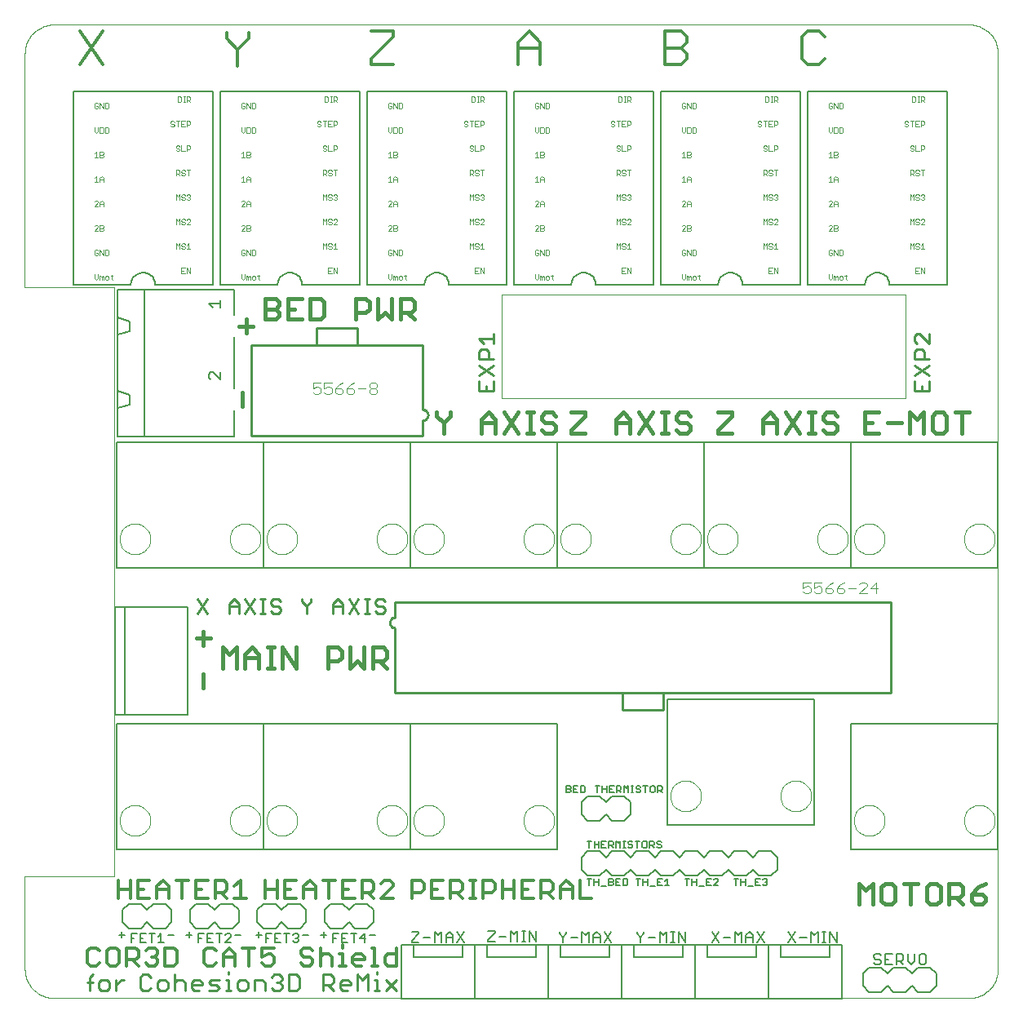
<source format=gto>
G75*
G70*
%OFA0B0*%
%FSLAX24Y24*%
%IPPOS*%
%LPD*%
%AMOC8*
5,1,8,0,0,1.08239X$1,22.5*
%
%ADD10C,0.0040*%
%ADD11C,0.0110*%
%ADD12C,0.0050*%
%ADD13C,0.0080*%
%ADD14C,0.0120*%
%ADD15C,0.0060*%
%ADD16C,0.0150*%
%ADD17C,0.0130*%
%ADD18C,0.0020*%
%ADD19C,0.0000*%
%ADD20C,0.0100*%
D10*
X001331Y000169D02*
X038733Y000169D01*
X038799Y000171D01*
X038865Y000176D01*
X038931Y000186D01*
X038996Y000199D01*
X039060Y000215D01*
X039123Y000235D01*
X039185Y000259D01*
X039245Y000286D01*
X039304Y000316D01*
X039361Y000350D01*
X039416Y000387D01*
X039469Y000427D01*
X039520Y000469D01*
X039568Y000515D01*
X039614Y000563D01*
X039656Y000614D01*
X039696Y000667D01*
X039733Y000722D01*
X039767Y000779D01*
X039797Y000838D01*
X039824Y000898D01*
X039848Y000960D01*
X039868Y001023D01*
X039884Y001087D01*
X039897Y001152D01*
X039907Y001218D01*
X039912Y001284D01*
X039914Y001350D01*
X039914Y038751D01*
X039912Y038817D01*
X039907Y038883D01*
X039897Y038949D01*
X039884Y039014D01*
X039868Y039078D01*
X039848Y039141D01*
X039824Y039203D01*
X039797Y039263D01*
X039767Y039322D01*
X039733Y039379D01*
X039696Y039434D01*
X039656Y039487D01*
X039614Y039538D01*
X039568Y039586D01*
X039520Y039632D01*
X039469Y039674D01*
X039416Y039714D01*
X039361Y039751D01*
X039304Y039785D01*
X039245Y039815D01*
X039185Y039842D01*
X039123Y039866D01*
X039060Y039886D01*
X038996Y039902D01*
X038931Y039915D01*
X038865Y039925D01*
X038799Y039930D01*
X038733Y039932D01*
X038733Y039933D02*
X001331Y039933D01*
X001331Y039932D02*
X001265Y039930D01*
X001199Y039925D01*
X001133Y039915D01*
X001068Y039902D01*
X001004Y039886D01*
X000941Y039866D01*
X000879Y039842D01*
X000819Y039815D01*
X000760Y039785D01*
X000703Y039751D01*
X000648Y039714D01*
X000595Y039674D01*
X000544Y039632D01*
X000496Y039586D01*
X000450Y039538D01*
X000408Y039487D01*
X000368Y039434D01*
X000331Y039379D01*
X000297Y039322D01*
X000267Y039263D01*
X000240Y039203D01*
X000216Y039141D01*
X000196Y039078D01*
X000180Y039014D01*
X000167Y038949D01*
X000157Y038883D01*
X000152Y038817D01*
X000150Y038751D01*
X000150Y029205D01*
X003792Y029205D01*
X003792Y005147D01*
X000150Y005147D01*
X000150Y001350D01*
X000152Y001284D01*
X000157Y001218D01*
X000167Y001152D01*
X000180Y001087D01*
X000196Y001023D01*
X000216Y000960D01*
X000240Y000898D01*
X000267Y000838D01*
X000297Y000779D01*
X000331Y000722D01*
X000368Y000667D01*
X000408Y000614D01*
X000450Y000563D01*
X000496Y000515D01*
X000544Y000469D01*
X000595Y000427D01*
X000648Y000387D01*
X000703Y000350D01*
X000760Y000316D01*
X000819Y000286D01*
X000879Y000259D01*
X000941Y000235D01*
X001004Y000215D01*
X001068Y000199D01*
X001133Y000186D01*
X001199Y000176D01*
X001265Y000171D01*
X001331Y000169D01*
X011997Y024839D02*
X011920Y024915D01*
X011997Y024839D02*
X012150Y024839D01*
X012227Y024915D01*
X012227Y025069D01*
X012150Y025146D01*
X012073Y025146D01*
X011920Y025069D01*
X011920Y025299D01*
X012227Y025299D01*
X012380Y025299D02*
X012380Y025069D01*
X012534Y025146D01*
X012611Y025146D01*
X012687Y025069D01*
X012687Y024915D01*
X012611Y024839D01*
X012457Y024839D01*
X012380Y024915D01*
X012380Y025299D02*
X012687Y025299D01*
X012841Y025069D02*
X013071Y025069D01*
X013148Y024992D01*
X013148Y024915D01*
X013071Y024839D01*
X012918Y024839D01*
X012841Y024915D01*
X012841Y025069D01*
X012994Y025222D01*
X013148Y025299D01*
X013301Y025069D02*
X013301Y024915D01*
X013378Y024839D01*
X013531Y024839D01*
X013608Y024915D01*
X013608Y024992D01*
X013531Y025069D01*
X013301Y025069D01*
X013455Y025222D01*
X013608Y025299D01*
X013762Y025069D02*
X014068Y025069D01*
X014222Y025146D02*
X014222Y025222D01*
X014299Y025299D01*
X014452Y025299D01*
X014529Y025222D01*
X014529Y025146D01*
X014452Y025069D01*
X014299Y025069D01*
X014222Y025146D01*
X014299Y025069D02*
X014222Y024992D01*
X014222Y024915D01*
X014299Y024839D01*
X014452Y024839D01*
X014529Y024915D01*
X014529Y024992D01*
X014452Y025069D01*
X019650Y024669D02*
X036150Y024669D01*
X036150Y028919D01*
X019650Y028919D01*
X019650Y024669D01*
X031947Y017149D02*
X031947Y016919D01*
X032101Y016996D01*
X032177Y016996D01*
X032254Y016919D01*
X032254Y016765D01*
X032177Y016689D01*
X032024Y016689D01*
X031947Y016765D01*
X031947Y017149D02*
X032254Y017149D01*
X032408Y017149D02*
X032408Y016919D01*
X032561Y016996D01*
X032638Y016996D01*
X032715Y016919D01*
X032715Y016765D01*
X032638Y016689D01*
X032484Y016689D01*
X032408Y016765D01*
X032408Y017149D02*
X032715Y017149D01*
X032868Y016919D02*
X033021Y017072D01*
X033175Y017149D01*
X033098Y016919D02*
X032868Y016919D01*
X032868Y016765D01*
X032945Y016689D01*
X033098Y016689D01*
X033175Y016765D01*
X033175Y016842D01*
X033098Y016919D01*
X033328Y016919D02*
X033559Y016919D01*
X033635Y016842D01*
X033635Y016765D01*
X033559Y016689D01*
X033405Y016689D01*
X033328Y016765D01*
X033328Y016919D01*
X033482Y017072D01*
X033635Y017149D01*
X033789Y016919D02*
X034096Y016919D01*
X034249Y017072D02*
X034326Y017149D01*
X034479Y017149D01*
X034556Y017072D01*
X034556Y016996D01*
X034249Y016689D01*
X034556Y016689D01*
X034710Y016919D02*
X034940Y017149D01*
X034940Y016689D01*
X035017Y016919D02*
X034710Y016919D01*
D11*
X036504Y024974D02*
X037095Y024974D01*
X037095Y025367D01*
X037095Y025618D02*
X036504Y026012D01*
X036504Y026263D02*
X036504Y026558D01*
X036603Y026657D01*
X036800Y026657D01*
X036898Y026558D01*
X036898Y026263D01*
X037095Y026263D02*
X036504Y026263D01*
X036603Y026907D02*
X036504Y027006D01*
X036504Y027203D01*
X036603Y027301D01*
X036701Y027301D01*
X037095Y026907D01*
X037095Y027301D01*
X037095Y026012D02*
X036504Y025618D01*
X036504Y025367D02*
X036504Y024974D01*
X036800Y024974D02*
X036800Y025171D01*
X019295Y024974D02*
X019295Y025367D01*
X019295Y025618D02*
X018704Y026012D01*
X018704Y026263D02*
X018704Y026558D01*
X018803Y026657D01*
X019000Y026657D01*
X019098Y026558D01*
X019098Y026263D01*
X019295Y026263D02*
X018704Y026263D01*
X019295Y026012D02*
X018704Y025618D01*
X018704Y025367D02*
X018704Y024974D01*
X019295Y024974D01*
X019000Y024974D02*
X019000Y025171D01*
X018901Y026907D02*
X018704Y027104D01*
X019295Y027104D01*
X019295Y026907D02*
X019295Y027301D01*
X014758Y016464D02*
X014561Y016464D01*
X014463Y016366D01*
X014463Y016267D01*
X014561Y016169D01*
X014758Y016169D01*
X014857Y016071D01*
X014857Y015972D01*
X014758Y015874D01*
X014561Y015874D01*
X014463Y015972D01*
X014230Y015874D02*
X014033Y015874D01*
X014132Y015874D02*
X014132Y016464D01*
X014230Y016464D02*
X014033Y016464D01*
X013782Y016464D02*
X013389Y015874D01*
X013138Y015874D02*
X013138Y016267D01*
X012941Y016464D01*
X012744Y016267D01*
X012744Y015874D01*
X012744Y016169D02*
X013138Y016169D01*
X013389Y016464D02*
X013782Y015874D01*
X014758Y016464D02*
X014857Y016366D01*
X011849Y016366D02*
X011849Y016464D01*
X011849Y016366D02*
X011652Y016169D01*
X011652Y015874D01*
X011652Y016169D02*
X011455Y016366D01*
X011455Y016464D01*
X010607Y016366D02*
X010508Y016464D01*
X010311Y016464D01*
X010213Y016366D01*
X010213Y016267D01*
X010311Y016169D01*
X010508Y016169D01*
X010607Y016071D01*
X010607Y015972D01*
X010508Y015874D01*
X010311Y015874D01*
X010213Y015972D01*
X009980Y015874D02*
X009783Y015874D01*
X009882Y015874D02*
X009882Y016464D01*
X009980Y016464D02*
X009783Y016464D01*
X009532Y016464D02*
X009139Y015874D01*
X008888Y015874D02*
X008888Y016267D01*
X008691Y016464D01*
X008494Y016267D01*
X008494Y015874D01*
X008494Y016169D02*
X008888Y016169D01*
X009139Y016464D02*
X009532Y015874D01*
X007599Y015874D02*
X007205Y016464D01*
X007599Y016464D02*
X007205Y015874D01*
X008462Y001233D02*
X008462Y001124D01*
X008462Y000907D02*
X008462Y000474D01*
X008354Y000474D02*
X008571Y000474D01*
X008821Y000582D02*
X008929Y000474D01*
X009146Y000474D01*
X009254Y000582D01*
X009254Y000799D01*
X009146Y000907D01*
X008929Y000907D01*
X008821Y000799D01*
X008821Y000582D01*
X008462Y000907D02*
X008354Y000907D01*
X008088Y000907D02*
X007763Y000907D01*
X007654Y000799D01*
X007763Y000691D01*
X007979Y000691D01*
X008088Y000582D01*
X007979Y000474D01*
X007654Y000474D01*
X007388Y000691D02*
X006954Y000691D01*
X006954Y000799D02*
X007063Y000907D01*
X007280Y000907D01*
X007388Y000799D01*
X007388Y000691D01*
X007280Y000474D02*
X007063Y000474D01*
X006954Y000582D01*
X006954Y000799D01*
X006688Y000799D02*
X006580Y000907D01*
X006363Y000907D01*
X006255Y000799D01*
X005989Y000799D02*
X005880Y000907D01*
X005663Y000907D01*
X005555Y000799D01*
X005555Y000582D01*
X005663Y000474D01*
X005880Y000474D01*
X005989Y000582D01*
X005989Y000799D01*
X006255Y001124D02*
X006255Y000474D01*
X006688Y000474D02*
X006688Y000799D01*
X005289Y000582D02*
X005180Y000474D01*
X004963Y000474D01*
X004855Y000582D01*
X004855Y001016D01*
X004963Y001124D01*
X005180Y001124D01*
X005289Y001016D01*
X004197Y000907D02*
X004088Y000907D01*
X003871Y000691D01*
X003871Y000907D02*
X003871Y000474D01*
X003605Y000582D02*
X003605Y000799D01*
X003497Y000907D01*
X003280Y000907D01*
X003172Y000799D01*
X003172Y000582D01*
X003280Y000474D01*
X003497Y000474D01*
X003605Y000582D01*
X002922Y000799D02*
X002705Y000799D01*
X002813Y001016D02*
X002813Y000474D01*
X002813Y001016D02*
X002922Y001124D01*
X009520Y000907D02*
X009520Y000474D01*
X009520Y000907D02*
X009846Y000907D01*
X009954Y000799D01*
X009954Y000474D01*
X010220Y000582D02*
X010329Y000474D01*
X010545Y000474D01*
X010654Y000582D01*
X010654Y000691D01*
X010545Y000799D01*
X010437Y000799D01*
X010545Y000799D02*
X010654Y000907D01*
X010654Y001016D01*
X010545Y001124D01*
X010329Y001124D01*
X010220Y001016D01*
X010920Y001124D02*
X010920Y000474D01*
X011245Y000474D01*
X011354Y000582D01*
X011354Y001016D01*
X011245Y001124D01*
X010920Y001124D01*
X012320Y001124D02*
X012320Y000474D01*
X012320Y000691D02*
X012645Y000691D01*
X012753Y000799D01*
X012753Y001016D01*
X012645Y001124D01*
X012320Y001124D01*
X012536Y000691D02*
X012753Y000474D01*
X013019Y000582D02*
X013019Y000799D01*
X013128Y000907D01*
X013345Y000907D01*
X013453Y000799D01*
X013453Y000691D01*
X013019Y000691D01*
X013019Y000582D02*
X013128Y000474D01*
X013345Y000474D01*
X013719Y000474D02*
X013719Y001124D01*
X013936Y000907D01*
X014153Y001124D01*
X014153Y000474D01*
X014419Y000474D02*
X014636Y000474D01*
X014527Y000474D02*
X014527Y000907D01*
X014419Y000907D01*
X014527Y001124D02*
X014527Y001233D01*
X014885Y000907D02*
X015319Y000474D01*
X015319Y000907D02*
X014885Y000474D01*
D12*
X015524Y000125D02*
X018524Y000125D01*
X021524Y000125D01*
X024524Y000125D01*
X027524Y000125D01*
X030524Y000125D01*
X033524Y000125D01*
X033524Y002325D01*
X033024Y002325D01*
X033024Y001825D01*
X031024Y001825D01*
X031024Y002325D01*
X033024Y002325D01*
X031024Y002325D02*
X030524Y002325D01*
X030524Y000125D01*
X030524Y002325D01*
X030024Y002325D01*
X030024Y001825D01*
X028024Y001825D01*
X028024Y002325D01*
X030024Y002325D01*
X028024Y002325D02*
X027524Y002325D01*
X027524Y000125D01*
X027524Y002325D01*
X027024Y002325D01*
X027024Y001825D01*
X025024Y001825D01*
X025024Y002325D01*
X027024Y002325D01*
X025024Y002325D02*
X024524Y002325D01*
X024524Y000125D01*
X024524Y002325D01*
X024024Y002325D01*
X024024Y001825D01*
X022024Y001825D01*
X022024Y002325D01*
X024024Y002325D01*
X022024Y002325D02*
X021524Y002325D01*
X021524Y000125D01*
X021524Y002325D01*
X021024Y002325D01*
X021024Y001825D01*
X019024Y001825D01*
X019024Y002325D01*
X021024Y002325D01*
X019024Y002325D02*
X018524Y002325D01*
X018524Y000125D01*
X018524Y002325D01*
X018024Y002325D01*
X018024Y001825D01*
X016024Y001825D01*
X016024Y002325D01*
X018024Y002325D01*
X016024Y002325D02*
X015524Y002325D01*
X015524Y000125D01*
X023212Y004768D02*
X023212Y005038D01*
X023122Y005038D02*
X023302Y005038D01*
X023416Y005038D02*
X023416Y004768D01*
X023416Y004903D02*
X023596Y004903D01*
X023596Y005038D02*
X023596Y004768D01*
X023711Y004723D02*
X023891Y004723D01*
X024006Y004768D02*
X024141Y004768D01*
X024186Y004813D01*
X024186Y004858D01*
X024141Y004903D01*
X024006Y004903D01*
X024141Y004903D02*
X024186Y004948D01*
X024186Y004993D01*
X024141Y005038D01*
X024006Y005038D01*
X024006Y004768D01*
X024300Y004768D02*
X024300Y005038D01*
X024480Y005038D01*
X024595Y005038D02*
X024595Y004768D01*
X024730Y004768D01*
X024775Y004813D01*
X024775Y004993D01*
X024730Y005038D01*
X024595Y005038D01*
X024390Y004903D02*
X024300Y004903D01*
X024300Y004768D02*
X024480Y004768D01*
X025122Y005038D02*
X025302Y005038D01*
X025212Y005038D02*
X025212Y004768D01*
X025416Y004768D02*
X025416Y005038D01*
X025416Y004903D02*
X025596Y004903D01*
X025596Y005038D02*
X025596Y004768D01*
X025711Y004723D02*
X025891Y004723D01*
X026006Y004768D02*
X026186Y004768D01*
X026300Y004768D02*
X026480Y004768D01*
X026390Y004768D02*
X026390Y005038D01*
X026300Y004948D01*
X026186Y005038D02*
X026006Y005038D01*
X026006Y004768D01*
X026006Y004903D02*
X026096Y004903D01*
X027122Y005038D02*
X027302Y005038D01*
X027212Y005038D02*
X027212Y004768D01*
X027416Y004768D02*
X027416Y005038D01*
X027416Y004903D02*
X027596Y004903D01*
X027596Y005038D02*
X027596Y004768D01*
X027711Y004723D02*
X027891Y004723D01*
X028006Y004768D02*
X028186Y004768D01*
X028300Y004768D02*
X028480Y004948D01*
X028480Y004993D01*
X028435Y005038D01*
X028345Y005038D01*
X028300Y004993D01*
X028186Y005038D02*
X028006Y005038D01*
X028006Y004768D01*
X028006Y004903D02*
X028096Y004903D01*
X028300Y004768D02*
X028480Y004768D01*
X029122Y005038D02*
X029302Y005038D01*
X029212Y005038D02*
X029212Y004768D01*
X029416Y004768D02*
X029416Y005038D01*
X029416Y004903D02*
X029596Y004903D01*
X029596Y005038D02*
X029596Y004768D01*
X029711Y004723D02*
X029891Y004723D01*
X030006Y004768D02*
X030186Y004768D01*
X030300Y004813D02*
X030345Y004768D01*
X030435Y004768D01*
X030480Y004813D01*
X030480Y004858D01*
X030435Y004903D01*
X030390Y004903D01*
X030435Y004903D02*
X030480Y004948D01*
X030480Y004993D01*
X030435Y005038D01*
X030345Y005038D01*
X030300Y004993D01*
X030186Y005038D02*
X030006Y005038D01*
X030006Y004768D01*
X030006Y004903D02*
X030096Y004903D01*
X026153Y006352D02*
X026108Y006307D01*
X026018Y006307D01*
X025973Y006352D01*
X026018Y006442D02*
X026108Y006442D01*
X026153Y006397D01*
X026153Y006352D01*
X026018Y006442D02*
X025973Y006487D01*
X025973Y006532D01*
X026018Y006577D01*
X026108Y006577D01*
X026153Y006532D01*
X025858Y006532D02*
X025858Y006442D01*
X025813Y006397D01*
X025678Y006397D01*
X025768Y006397D02*
X025858Y006307D01*
X025678Y006307D02*
X025678Y006577D01*
X025813Y006577D01*
X025858Y006532D01*
X025563Y006532D02*
X025563Y006352D01*
X025518Y006307D01*
X025428Y006307D01*
X025383Y006352D01*
X025383Y006532D01*
X025428Y006577D01*
X025518Y006577D01*
X025563Y006532D01*
X025269Y006577D02*
X025089Y006577D01*
X025179Y006577D02*
X025179Y006307D01*
X024974Y006352D02*
X024929Y006307D01*
X024839Y006307D01*
X024794Y006352D01*
X024839Y006442D02*
X024929Y006442D01*
X024974Y006397D01*
X024974Y006352D01*
X024839Y006442D02*
X024794Y006487D01*
X024794Y006532D01*
X024839Y006577D01*
X024929Y006577D01*
X024974Y006532D01*
X024688Y006577D02*
X024598Y006577D01*
X024643Y006577D02*
X024643Y006307D01*
X024598Y006307D02*
X024688Y006307D01*
X024483Y006307D02*
X024483Y006577D01*
X024393Y006487D01*
X024303Y006577D01*
X024303Y006307D01*
X024188Y006307D02*
X024098Y006397D01*
X024143Y006397D02*
X024008Y006397D01*
X024008Y006307D02*
X024008Y006577D01*
X024143Y006577D01*
X024188Y006532D01*
X024188Y006442D01*
X024143Y006397D01*
X023894Y006307D02*
X023714Y006307D01*
X023714Y006577D01*
X023894Y006577D01*
X023804Y006442D02*
X023714Y006442D01*
X023599Y006442D02*
X023419Y006442D01*
X023419Y006307D02*
X023419Y006577D01*
X023304Y006577D02*
X023124Y006577D01*
X023214Y006577D02*
X023214Y006307D01*
X023599Y006307D02*
X023599Y006577D01*
X023543Y008557D02*
X023543Y008827D01*
X023453Y008827D02*
X023633Y008827D01*
X023748Y008827D02*
X023748Y008557D01*
X023748Y008692D02*
X023928Y008692D01*
X024042Y008692D02*
X024132Y008692D01*
X024042Y008827D02*
X024042Y008557D01*
X024222Y008557D01*
X024337Y008557D02*
X024337Y008827D01*
X024472Y008827D01*
X024517Y008782D01*
X024517Y008692D01*
X024472Y008647D01*
X024337Y008647D01*
X024427Y008647D02*
X024517Y008557D01*
X024632Y008557D02*
X024632Y008827D01*
X024722Y008737D01*
X024812Y008827D01*
X024812Y008557D01*
X024926Y008557D02*
X025016Y008557D01*
X024971Y008557D02*
X024971Y008827D01*
X024926Y008827D02*
X025016Y008827D01*
X025123Y008782D02*
X025123Y008737D01*
X025168Y008692D01*
X025258Y008692D01*
X025303Y008647D01*
X025303Y008602D01*
X025258Y008557D01*
X025168Y008557D01*
X025123Y008602D01*
X025123Y008782D02*
X025168Y008827D01*
X025258Y008827D01*
X025303Y008782D01*
X025417Y008827D02*
X025597Y008827D01*
X025507Y008827D02*
X025507Y008557D01*
X025712Y008602D02*
X025757Y008557D01*
X025847Y008557D01*
X025892Y008602D01*
X025892Y008782D01*
X025847Y008827D01*
X025757Y008827D01*
X025712Y008782D01*
X025712Y008602D01*
X026007Y008647D02*
X026142Y008647D01*
X026187Y008692D01*
X026187Y008782D01*
X026142Y008827D01*
X026007Y008827D01*
X026007Y008557D01*
X026097Y008647D02*
X026187Y008557D01*
X024222Y008827D02*
X024042Y008827D01*
X023928Y008827D02*
X023928Y008557D01*
X023044Y008602D02*
X023044Y008782D01*
X022999Y008827D01*
X022864Y008827D01*
X022864Y008557D01*
X022999Y008557D01*
X023044Y008602D01*
X022749Y008557D02*
X022569Y008557D01*
X022569Y008827D01*
X022749Y008827D01*
X022659Y008692D02*
X022569Y008692D01*
X022454Y008737D02*
X022409Y008692D01*
X022274Y008692D01*
X022274Y008827D02*
X022409Y008827D01*
X022454Y008782D01*
X022454Y008737D01*
X022409Y008692D02*
X022454Y008647D01*
X022454Y008602D01*
X022409Y008557D01*
X022274Y008557D01*
X022274Y008827D01*
X008125Y025421D02*
X007825Y025721D01*
X007750Y025721D01*
X007675Y025646D01*
X007675Y025496D01*
X007750Y025421D01*
X008125Y025421D02*
X008125Y025721D01*
X008125Y028371D02*
X008125Y028671D01*
X008125Y028521D02*
X007675Y028521D01*
X007825Y028371D01*
D13*
X009900Y022856D02*
X003900Y022856D01*
X003900Y017738D01*
X009900Y017738D01*
X015900Y017738D01*
X021900Y017738D01*
X027900Y017738D01*
X033900Y017738D01*
X039900Y017738D01*
X039900Y022856D01*
X033900Y022856D01*
X033900Y017738D01*
X033900Y022856D01*
X027900Y022856D01*
X027900Y017738D01*
X027900Y022856D01*
X021900Y022856D01*
X021900Y017738D01*
X021900Y022856D01*
X015900Y022856D01*
X015900Y017738D01*
X015900Y022856D01*
X009900Y022856D01*
X009900Y017738D01*
X009900Y022856D01*
X006804Y016139D02*
X004244Y016139D01*
X004244Y011730D01*
X003851Y011730D01*
X003851Y016139D01*
X004244Y016139D01*
X006804Y016139D02*
X006804Y011730D01*
X004244Y011730D01*
X003900Y011356D02*
X003900Y006238D01*
X009900Y006238D01*
X015900Y006238D01*
X021900Y006238D01*
X021900Y011356D01*
X015900Y011356D01*
X015900Y006238D01*
X015900Y011356D01*
X009900Y011356D01*
X009900Y006238D01*
X009900Y011356D01*
X003900Y011356D01*
X004400Y004019D02*
X004150Y003769D01*
X004150Y003269D01*
X004400Y003019D01*
X004900Y003019D01*
X005150Y003269D01*
X005400Y003019D01*
X005900Y003019D01*
X006150Y003269D01*
X006150Y003769D01*
X005900Y004019D01*
X005400Y004019D01*
X005150Y003769D01*
X004900Y004019D01*
X004400Y004019D01*
X006900Y003769D02*
X006900Y003269D01*
X007150Y003019D01*
X007650Y003019D01*
X007900Y003269D01*
X008150Y003019D01*
X008650Y003019D01*
X008900Y003269D01*
X008900Y003769D01*
X008650Y004019D01*
X008150Y004019D01*
X007900Y003769D01*
X007650Y004019D01*
X007150Y004019D01*
X006900Y003769D01*
X009650Y003769D02*
X009650Y003269D01*
X009900Y003019D01*
X010400Y003019D01*
X010650Y003269D01*
X010900Y003019D01*
X011400Y003019D01*
X011650Y003269D01*
X011650Y003769D01*
X011400Y004019D01*
X010900Y004019D01*
X010650Y003769D01*
X010400Y004019D01*
X009900Y004019D01*
X009650Y003769D01*
X012400Y003769D02*
X012400Y003269D01*
X012650Y003019D01*
X013150Y003019D01*
X013400Y003269D01*
X013650Y003019D01*
X014150Y003019D01*
X014400Y003269D01*
X014400Y003769D01*
X014150Y004019D01*
X013650Y004019D01*
X013400Y003769D01*
X013150Y004019D01*
X012650Y004019D01*
X012400Y003769D01*
X015971Y002863D02*
X016251Y002863D01*
X016251Y002793D01*
X015971Y002513D01*
X015971Y002443D01*
X016251Y002443D01*
X016431Y002653D02*
X016711Y002653D01*
X016891Y002443D02*
X016891Y002863D01*
X017032Y002723D01*
X017172Y002863D01*
X017172Y002443D01*
X017352Y002443D02*
X017352Y002723D01*
X017492Y002863D01*
X017632Y002723D01*
X017632Y002443D01*
X017812Y002443D02*
X018093Y002863D01*
X017812Y002863D02*
X018093Y002443D01*
X017632Y002653D02*
X017352Y002653D01*
X019075Y002544D02*
X019075Y002474D01*
X019356Y002474D01*
X019536Y002684D02*
X019816Y002684D01*
X019996Y002474D02*
X019996Y002895D01*
X020136Y002754D01*
X020276Y002895D01*
X020276Y002474D01*
X020457Y002474D02*
X020597Y002474D01*
X020527Y002474D02*
X020527Y002895D01*
X020457Y002895D02*
X020597Y002895D01*
X020764Y002895D02*
X021044Y002474D01*
X021044Y002895D01*
X020764Y002895D02*
X020764Y002474D01*
X021991Y002793D02*
X022131Y002653D01*
X022131Y002443D01*
X022131Y002653D02*
X022272Y002793D01*
X022272Y002863D01*
X022452Y002653D02*
X022732Y002653D01*
X022912Y002443D02*
X022912Y002863D01*
X023052Y002723D01*
X023192Y002863D01*
X023192Y002443D01*
X023373Y002443D02*
X023373Y002723D01*
X023513Y002863D01*
X023653Y002723D01*
X023653Y002443D01*
X023833Y002443D02*
X024113Y002863D01*
X023833Y002863D02*
X024113Y002443D01*
X023653Y002653D02*
X023373Y002653D01*
X021991Y002793D02*
X021991Y002863D01*
X023150Y005169D02*
X023650Y005169D01*
X023900Y005419D01*
X024150Y005169D01*
X024650Y005169D01*
X024900Y005419D01*
X025150Y005169D01*
X025650Y005169D01*
X025900Y005419D01*
X026150Y005169D01*
X026650Y005169D01*
X026900Y005419D01*
X027150Y005169D01*
X027650Y005169D01*
X027900Y005419D01*
X028150Y005169D01*
X028650Y005169D01*
X028900Y005419D01*
X029150Y005169D01*
X029650Y005169D01*
X029900Y005419D01*
X030150Y005169D01*
X030650Y005169D01*
X030900Y005419D01*
X030900Y005919D01*
X030650Y006169D01*
X030150Y006169D01*
X029900Y005919D01*
X029650Y006169D01*
X029150Y006169D01*
X028900Y005919D01*
X028650Y006169D01*
X028150Y006169D01*
X027900Y005919D01*
X027650Y006169D01*
X027150Y006169D01*
X026900Y005919D01*
X026650Y006169D01*
X026150Y006169D01*
X025900Y005919D01*
X025650Y006169D01*
X025150Y006169D01*
X024900Y005919D01*
X024650Y006169D01*
X024150Y006169D01*
X023900Y005919D01*
X023650Y006169D01*
X023150Y006169D01*
X022900Y005919D01*
X022900Y005419D01*
X023150Y005169D01*
X025167Y002863D02*
X025167Y002793D01*
X025307Y002653D01*
X025307Y002443D01*
X025307Y002653D02*
X025448Y002793D01*
X025448Y002863D01*
X025628Y002653D02*
X025908Y002653D01*
X026088Y002443D02*
X026088Y002863D01*
X026228Y002723D01*
X026368Y002863D01*
X026368Y002443D01*
X026549Y002443D02*
X026689Y002443D01*
X026619Y002443D02*
X026619Y002863D01*
X026549Y002863D02*
X026689Y002863D01*
X026855Y002863D02*
X027136Y002443D01*
X027136Y002863D01*
X026855Y002863D02*
X026855Y002443D01*
X028231Y002443D02*
X028511Y002863D01*
X028691Y002653D02*
X028971Y002653D01*
X029152Y002443D02*
X029152Y002863D01*
X029292Y002723D01*
X029432Y002863D01*
X029432Y002443D01*
X029612Y002443D02*
X029612Y002723D01*
X029752Y002863D01*
X029892Y002723D01*
X029892Y002443D01*
X030072Y002443D02*
X030353Y002863D01*
X030072Y002863D02*
X030353Y002443D01*
X029892Y002653D02*
X029612Y002653D01*
X028511Y002443D02*
X028231Y002863D01*
X031351Y002863D02*
X031631Y002443D01*
X031811Y002653D02*
X032091Y002653D01*
X032271Y002443D02*
X032271Y002863D01*
X032411Y002723D01*
X032552Y002863D01*
X032552Y002443D01*
X032732Y002443D02*
X032872Y002443D01*
X032802Y002443D02*
X032802Y002863D01*
X032732Y002863D02*
X032872Y002863D01*
X033039Y002863D02*
X033319Y002443D01*
X033319Y002863D01*
X033039Y002863D02*
X033039Y002443D01*
X031631Y002863D02*
X031351Y002443D01*
X034400Y001169D02*
X034400Y000669D01*
X034650Y000419D01*
X035150Y000419D01*
X035400Y000669D01*
X035650Y000419D01*
X036150Y000419D01*
X036400Y000669D01*
X036650Y000419D01*
X037150Y000419D01*
X037400Y000669D01*
X037400Y001169D01*
X037150Y001419D01*
X036650Y001419D01*
X036400Y001169D01*
X036150Y001419D01*
X035650Y001419D01*
X035400Y001169D01*
X035150Y001419D01*
X034650Y001419D01*
X034400Y001169D01*
X034847Y001613D02*
X034917Y001543D01*
X035057Y001543D01*
X035127Y001613D01*
X035127Y001683D01*
X035057Y001753D01*
X034917Y001753D01*
X034847Y001823D01*
X034847Y001893D01*
X034917Y001963D01*
X035057Y001963D01*
X035127Y001893D01*
X035307Y001963D02*
X035307Y001543D01*
X035588Y001543D01*
X035768Y001543D02*
X035768Y001963D01*
X035978Y001963D01*
X036048Y001893D01*
X036048Y001753D01*
X035978Y001683D01*
X035768Y001683D01*
X035908Y001683D02*
X036048Y001543D01*
X036228Y001683D02*
X036368Y001543D01*
X036509Y001683D01*
X036509Y001963D01*
X036689Y001893D02*
X036689Y001613D01*
X036759Y001543D01*
X036899Y001543D01*
X036969Y001613D01*
X036969Y001893D01*
X036899Y001963D01*
X036759Y001963D01*
X036689Y001893D01*
X036228Y001963D02*
X036228Y001683D01*
X035588Y001963D02*
X035307Y001963D01*
X035307Y001753D02*
X035448Y001753D01*
X033900Y006238D02*
X039900Y006238D01*
X039900Y011356D01*
X033900Y011356D01*
X033900Y006238D01*
X032400Y007238D02*
X032400Y012356D01*
X026400Y012356D01*
X026400Y007238D01*
X032400Y007238D01*
X024900Y007669D02*
X024650Y007419D01*
X024150Y007419D01*
X023900Y007669D01*
X023650Y007419D01*
X023150Y007419D01*
X022900Y007669D01*
X022900Y008169D01*
X023150Y008419D01*
X023650Y008419D01*
X023900Y008169D01*
X024150Y008419D01*
X024650Y008419D01*
X024900Y008169D01*
X024900Y007669D01*
X019356Y002895D02*
X019356Y002825D01*
X019075Y002544D01*
X019075Y002895D02*
X019356Y002895D01*
D14*
X020291Y038291D02*
X020291Y039212D01*
X020752Y039672D01*
X021212Y039212D01*
X021212Y038291D01*
X021212Y038982D02*
X020291Y038982D01*
X015212Y039442D02*
X014291Y038521D01*
X014291Y038291D01*
X015212Y038291D01*
X015212Y039442D02*
X015212Y039672D01*
X014291Y039672D01*
X009306Y039610D02*
X009306Y039380D01*
X008845Y038919D01*
X008845Y038229D01*
X008845Y038919D02*
X008385Y039380D01*
X008385Y039610D01*
X003337Y039672D02*
X002416Y038291D01*
X003337Y038291D02*
X002416Y039672D01*
X026291Y039672D02*
X026291Y038291D01*
X026982Y038291D01*
X027212Y038521D01*
X027212Y038752D01*
X026982Y038982D01*
X026291Y038982D01*
X026982Y038982D02*
X027212Y039212D01*
X027212Y039442D01*
X026982Y039672D01*
X026291Y039672D01*
X031916Y039442D02*
X031916Y038521D01*
X032146Y038291D01*
X032607Y038291D01*
X032837Y038521D01*
X032837Y039442D02*
X032607Y039672D01*
X032146Y039672D01*
X031916Y039442D01*
D15*
X031828Y037200D02*
X031828Y029300D01*
X029478Y029300D01*
X029476Y029344D01*
X029470Y029387D01*
X029461Y029429D01*
X029448Y029471D01*
X029431Y029511D01*
X029411Y029550D01*
X029388Y029587D01*
X029361Y029621D01*
X029332Y029654D01*
X029299Y029683D01*
X029265Y029710D01*
X029228Y029733D01*
X029189Y029753D01*
X029149Y029770D01*
X029107Y029783D01*
X029065Y029792D01*
X029022Y029798D01*
X028978Y029800D01*
X028934Y029798D01*
X028891Y029792D01*
X028849Y029783D01*
X028807Y029770D01*
X028767Y029753D01*
X028728Y029733D01*
X028691Y029710D01*
X028657Y029683D01*
X028624Y029654D01*
X028595Y029621D01*
X028568Y029587D01*
X028545Y029550D01*
X028525Y029511D01*
X028508Y029471D01*
X028495Y029429D01*
X028486Y029387D01*
X028480Y029344D01*
X028478Y029300D01*
X026128Y029300D01*
X026128Y037200D01*
X031828Y037200D01*
X032128Y037200D02*
X032128Y029300D01*
X034478Y029300D01*
X034480Y029344D01*
X034486Y029387D01*
X034495Y029429D01*
X034508Y029471D01*
X034525Y029511D01*
X034545Y029550D01*
X034568Y029587D01*
X034595Y029621D01*
X034624Y029654D01*
X034657Y029683D01*
X034691Y029710D01*
X034728Y029733D01*
X034767Y029753D01*
X034807Y029770D01*
X034849Y029783D01*
X034891Y029792D01*
X034934Y029798D01*
X034978Y029800D01*
X035022Y029798D01*
X035065Y029792D01*
X035107Y029783D01*
X035149Y029770D01*
X035189Y029753D01*
X035228Y029733D01*
X035265Y029710D01*
X035299Y029683D01*
X035332Y029654D01*
X035361Y029621D01*
X035388Y029587D01*
X035411Y029550D01*
X035431Y029511D01*
X035448Y029471D01*
X035461Y029429D01*
X035470Y029387D01*
X035476Y029344D01*
X035478Y029300D01*
X037828Y029300D01*
X037828Y037200D01*
X032128Y037200D01*
X025828Y037200D02*
X025828Y029300D01*
X023478Y029300D01*
X023476Y029344D01*
X023470Y029387D01*
X023461Y029429D01*
X023448Y029471D01*
X023431Y029511D01*
X023411Y029550D01*
X023388Y029587D01*
X023361Y029621D01*
X023332Y029654D01*
X023299Y029683D01*
X023265Y029710D01*
X023228Y029733D01*
X023189Y029753D01*
X023149Y029770D01*
X023107Y029783D01*
X023065Y029792D01*
X023022Y029798D01*
X022978Y029800D01*
X022934Y029798D01*
X022891Y029792D01*
X022849Y029783D01*
X022807Y029770D01*
X022767Y029753D01*
X022728Y029733D01*
X022691Y029710D01*
X022657Y029683D01*
X022624Y029654D01*
X022595Y029621D01*
X022568Y029587D01*
X022545Y029550D01*
X022525Y029511D01*
X022508Y029471D01*
X022495Y029429D01*
X022486Y029387D01*
X022480Y029344D01*
X022478Y029300D01*
X020128Y029300D01*
X020128Y037200D01*
X025828Y037200D01*
X019828Y037200D02*
X019828Y029300D01*
X017478Y029300D01*
X017476Y029344D01*
X017470Y029387D01*
X017461Y029429D01*
X017448Y029471D01*
X017431Y029511D01*
X017411Y029550D01*
X017388Y029587D01*
X017361Y029621D01*
X017332Y029654D01*
X017299Y029683D01*
X017265Y029710D01*
X017228Y029733D01*
X017189Y029753D01*
X017149Y029770D01*
X017107Y029783D01*
X017065Y029792D01*
X017022Y029798D01*
X016978Y029800D01*
X016934Y029798D01*
X016891Y029792D01*
X016849Y029783D01*
X016807Y029770D01*
X016767Y029753D01*
X016728Y029733D01*
X016691Y029710D01*
X016657Y029683D01*
X016624Y029654D01*
X016595Y029621D01*
X016568Y029587D01*
X016545Y029550D01*
X016525Y029511D01*
X016508Y029471D01*
X016495Y029429D01*
X016486Y029387D01*
X016480Y029344D01*
X016478Y029300D01*
X014128Y029300D01*
X014128Y037200D01*
X019828Y037200D01*
X013828Y037200D02*
X013828Y029300D01*
X011478Y029300D01*
X011476Y029344D01*
X011470Y029387D01*
X011461Y029429D01*
X011448Y029471D01*
X011431Y029511D01*
X011411Y029550D01*
X011388Y029587D01*
X011361Y029621D01*
X011332Y029654D01*
X011299Y029683D01*
X011265Y029710D01*
X011228Y029733D01*
X011189Y029753D01*
X011149Y029770D01*
X011107Y029783D01*
X011065Y029792D01*
X011022Y029798D01*
X010978Y029800D01*
X010934Y029798D01*
X010891Y029792D01*
X010849Y029783D01*
X010807Y029770D01*
X010767Y029753D01*
X010728Y029733D01*
X010691Y029710D01*
X010657Y029683D01*
X010624Y029654D01*
X010595Y029621D01*
X010568Y029587D01*
X010545Y029550D01*
X010525Y029511D01*
X010508Y029471D01*
X010495Y029429D01*
X010486Y029387D01*
X010480Y029344D01*
X010478Y029300D01*
X008128Y029300D01*
X008128Y037200D01*
X013828Y037200D01*
X007831Y037200D02*
X007831Y029300D01*
X005481Y029300D01*
X005050Y029106D02*
X003950Y029106D01*
X003950Y023106D01*
X005050Y023106D01*
X008700Y023106D01*
X008700Y024156D01*
X008700Y025056D02*
X008700Y027156D01*
X008700Y028056D02*
X008700Y029106D01*
X005050Y029106D01*
X005050Y023106D01*
X004450Y024406D02*
X003950Y024256D01*
X003950Y024956D02*
X004450Y024806D01*
X004450Y024406D01*
X003950Y027256D02*
X004450Y027406D01*
X004450Y027806D01*
X003950Y027956D01*
X004481Y029300D02*
X002131Y029300D01*
X002131Y037200D01*
X007831Y037200D01*
X005481Y029300D02*
X005479Y029344D01*
X005473Y029387D01*
X005464Y029429D01*
X005451Y029471D01*
X005434Y029511D01*
X005414Y029550D01*
X005391Y029587D01*
X005364Y029621D01*
X005335Y029654D01*
X005302Y029683D01*
X005268Y029710D01*
X005231Y029733D01*
X005192Y029753D01*
X005152Y029770D01*
X005110Y029783D01*
X005068Y029792D01*
X005025Y029798D01*
X004981Y029800D01*
X004937Y029798D01*
X004894Y029792D01*
X004852Y029783D01*
X004810Y029770D01*
X004770Y029753D01*
X004731Y029733D01*
X004694Y029710D01*
X004660Y029683D01*
X004627Y029654D01*
X004598Y029621D01*
X004571Y029587D01*
X004548Y029550D01*
X004528Y029511D01*
X004511Y029471D01*
X004498Y029429D01*
X004489Y029387D01*
X004483Y029344D01*
X004481Y029300D01*
X004106Y002857D02*
X004106Y002630D01*
X003993Y002744D02*
X004219Y002744D01*
X004493Y002789D02*
X004719Y002789D01*
X004861Y002789D02*
X004861Y002449D01*
X005088Y002449D01*
X004974Y002619D02*
X004861Y002619D01*
X004861Y002789D02*
X005088Y002789D01*
X005229Y002789D02*
X005456Y002789D01*
X005343Y002789D02*
X005343Y002449D01*
X005597Y002449D02*
X005824Y002449D01*
X005711Y002449D02*
X005711Y002789D01*
X005597Y002676D01*
X005993Y002744D02*
X006219Y002744D01*
X006743Y002744D02*
X006969Y002744D01*
X006856Y002857D02*
X006856Y002630D01*
X007243Y002619D02*
X007356Y002619D01*
X007243Y002789D02*
X007469Y002789D01*
X007611Y002789D02*
X007611Y002449D01*
X007838Y002449D01*
X007724Y002619D02*
X007611Y002619D01*
X007611Y002789D02*
X007838Y002789D01*
X007979Y002789D02*
X008206Y002789D01*
X008093Y002789D02*
X008093Y002449D01*
X008347Y002449D02*
X008574Y002676D01*
X008574Y002732D01*
X008518Y002789D01*
X008404Y002789D01*
X008347Y002732D01*
X008347Y002449D02*
X008574Y002449D01*
X008743Y002744D02*
X008969Y002744D01*
X009593Y002744D02*
X009819Y002744D01*
X009706Y002857D02*
X009706Y002630D01*
X009993Y002619D02*
X010106Y002619D01*
X009993Y002789D02*
X010219Y002789D01*
X010361Y002789D02*
X010361Y002449D01*
X010588Y002449D01*
X010474Y002619D02*
X010361Y002619D01*
X010361Y002789D02*
X010588Y002789D01*
X010729Y002789D02*
X010956Y002789D01*
X010843Y002789D02*
X010843Y002449D01*
X011097Y002505D02*
X011154Y002449D01*
X011268Y002449D01*
X011324Y002505D01*
X011324Y002562D01*
X011268Y002619D01*
X011211Y002619D01*
X011268Y002619D02*
X011324Y002676D01*
X011324Y002732D01*
X011268Y002789D01*
X011154Y002789D01*
X011097Y002732D01*
X011493Y002744D02*
X011719Y002744D01*
X012243Y002744D02*
X012469Y002744D01*
X012356Y002857D02*
X012356Y002630D01*
X012743Y002619D02*
X012856Y002619D01*
X012743Y002789D02*
X012969Y002789D01*
X013111Y002789D02*
X013111Y002449D01*
X013338Y002449D01*
X013224Y002619D02*
X013111Y002619D01*
X013111Y002789D02*
X013338Y002789D01*
X013479Y002789D02*
X013706Y002789D01*
X013593Y002789D02*
X013593Y002449D01*
X013847Y002619D02*
X014074Y002619D01*
X014018Y002789D02*
X013847Y002619D01*
X014018Y002449D02*
X014018Y002789D01*
X014243Y002744D02*
X014469Y002744D01*
X012743Y002789D02*
X012743Y002449D01*
X009993Y002449D02*
X009993Y002789D01*
X007243Y002789D02*
X007243Y002449D01*
X004606Y002619D02*
X004493Y002619D01*
X004493Y002449D02*
X004493Y002789D01*
D16*
X007450Y012823D02*
X007450Y013390D01*
X008225Y013644D02*
X008225Y014494D01*
X008509Y014211D01*
X008792Y014494D01*
X008792Y013644D01*
X009146Y013644D02*
X009146Y014211D01*
X009429Y014494D01*
X009713Y014211D01*
X009713Y013644D01*
X010067Y013644D02*
X010350Y013644D01*
X010208Y013644D02*
X010208Y014494D01*
X010067Y014494D02*
X010350Y014494D01*
X010680Y014494D02*
X011248Y013644D01*
X011248Y014494D01*
X010680Y014494D02*
X010680Y013644D01*
X009713Y014069D02*
X009146Y014069D01*
X007733Y014857D02*
X007166Y014857D01*
X007450Y015140D02*
X007450Y014573D01*
X012522Y014494D02*
X012522Y013644D01*
X012522Y013927D02*
X012947Y013927D01*
X013089Y014069D01*
X013089Y014353D01*
X012947Y014494D01*
X012522Y014494D01*
X013443Y014494D02*
X013443Y013644D01*
X013726Y013927D01*
X014010Y013644D01*
X014010Y014494D01*
X014364Y014494D02*
X014789Y014494D01*
X014931Y014353D01*
X014931Y014069D01*
X014789Y013927D01*
X014364Y013927D01*
X014647Y013927D02*
X014931Y013644D01*
X014364Y013644D02*
X014364Y014494D01*
X017259Y023244D02*
X017259Y023669D01*
X017542Y023953D01*
X017542Y024094D01*
X017259Y023669D02*
X016975Y023953D01*
X016975Y024094D01*
X018817Y023811D02*
X018817Y023244D01*
X018817Y023669D02*
X019384Y023669D01*
X019384Y023811D02*
X019100Y024094D01*
X018817Y023811D01*
X019384Y023811D02*
X019384Y023244D01*
X019737Y023244D02*
X020305Y024094D01*
X020658Y024094D02*
X020942Y024094D01*
X020800Y024094D02*
X020800Y023244D01*
X020658Y023244D02*
X020942Y023244D01*
X021272Y023386D02*
X021414Y023244D01*
X021697Y023244D01*
X021839Y023386D01*
X021839Y023527D01*
X021697Y023669D01*
X021414Y023669D01*
X021272Y023811D01*
X021272Y023953D01*
X021414Y024094D01*
X021697Y024094D01*
X021839Y023953D01*
X022475Y024094D02*
X023042Y024094D01*
X023042Y023953D01*
X022475Y023386D01*
X022475Y023244D01*
X023042Y023244D01*
X024317Y023244D02*
X024317Y023811D01*
X024600Y024094D01*
X024884Y023811D01*
X024884Y023244D01*
X025237Y023244D02*
X025805Y024094D01*
X026158Y024094D02*
X026442Y024094D01*
X026300Y024094D02*
X026300Y023244D01*
X026158Y023244D02*
X026442Y023244D01*
X026772Y023386D02*
X026914Y023244D01*
X027197Y023244D01*
X027339Y023386D01*
X027339Y023527D01*
X027197Y023669D01*
X026914Y023669D01*
X026772Y023811D01*
X026772Y023953D01*
X026914Y024094D01*
X027197Y024094D01*
X027339Y023953D01*
X028475Y024094D02*
X029042Y024094D01*
X029042Y023953D01*
X028475Y023386D01*
X028475Y023244D01*
X029042Y023244D01*
X030317Y023244D02*
X030317Y023811D01*
X030600Y024094D01*
X030884Y023811D01*
X030884Y023244D01*
X031237Y023244D02*
X031805Y024094D01*
X032158Y024094D02*
X032442Y024094D01*
X032300Y024094D02*
X032300Y023244D01*
X032158Y023244D02*
X032442Y023244D01*
X032772Y023386D02*
X032914Y023244D01*
X033197Y023244D01*
X033339Y023386D01*
X033339Y023527D01*
X033197Y023669D01*
X032914Y023669D01*
X032772Y023811D01*
X032772Y023953D01*
X032914Y024094D01*
X033197Y024094D01*
X033339Y023953D01*
X034475Y024094D02*
X034475Y023244D01*
X035042Y023244D01*
X034759Y023669D02*
X034475Y023669D01*
X034475Y024094D02*
X035042Y024094D01*
X035396Y023669D02*
X035963Y023669D01*
X036317Y023244D02*
X036317Y024094D01*
X036600Y023811D01*
X036884Y024094D01*
X036884Y023244D01*
X037237Y023386D02*
X037379Y023244D01*
X037663Y023244D01*
X037805Y023386D01*
X037805Y023953D01*
X037663Y024094D01*
X037379Y024094D01*
X037237Y023953D01*
X037237Y023386D01*
X038158Y024094D02*
X038725Y024094D01*
X038442Y024094D02*
X038442Y023244D01*
X031805Y023244D02*
X031237Y024094D01*
X030884Y023669D02*
X030317Y023669D01*
X025805Y023244D02*
X025237Y024094D01*
X024884Y023669D02*
X024317Y023669D01*
X020305Y023244D02*
X019737Y024094D01*
X016067Y027894D02*
X015783Y028177D01*
X015925Y028177D02*
X015500Y028177D01*
X015500Y027894D02*
X015500Y028744D01*
X015925Y028744D01*
X016067Y028603D01*
X016067Y028319D01*
X015925Y028177D01*
X015146Y027894D02*
X015146Y028744D01*
X014579Y028744D02*
X014579Y027894D01*
X014863Y028177D01*
X015146Y027894D01*
X014225Y028319D02*
X014084Y028177D01*
X013658Y028177D01*
X013658Y027894D02*
X013658Y028744D01*
X014084Y028744D01*
X014225Y028603D01*
X014225Y028319D01*
X012384Y028036D02*
X012384Y028603D01*
X012242Y028744D01*
X011817Y028744D01*
X011817Y027894D01*
X012242Y027894D01*
X012384Y028036D01*
X011463Y027894D02*
X010896Y027894D01*
X010896Y028744D01*
X011463Y028744D01*
X011179Y028319D02*
X010896Y028319D01*
X010542Y028177D02*
X010542Y028036D01*
X010400Y027894D01*
X009975Y027894D01*
X009975Y028744D01*
X010400Y028744D01*
X010542Y028603D01*
X010542Y028461D01*
X010400Y028319D01*
X009975Y028319D01*
X010400Y028319D02*
X010542Y028177D01*
X009483Y027607D02*
X008916Y027607D01*
X009200Y027890D02*
X009200Y027323D01*
X009050Y024890D02*
X009050Y024323D01*
X034225Y004844D02*
X034225Y003994D01*
X034792Y003994D02*
X034792Y004844D01*
X034509Y004561D01*
X034225Y004844D01*
X035146Y004703D02*
X035146Y004136D01*
X035288Y003994D01*
X035571Y003994D01*
X035713Y004136D01*
X035713Y004703D01*
X035571Y004844D01*
X035288Y004844D01*
X035146Y004703D01*
X036067Y004844D02*
X036634Y004844D01*
X036350Y004844D02*
X036350Y003994D01*
X036987Y004136D02*
X037129Y003994D01*
X037413Y003994D01*
X037555Y004136D01*
X037555Y004703D01*
X037413Y004844D01*
X037129Y004844D01*
X036987Y004703D01*
X036987Y004136D01*
X037908Y004277D02*
X038334Y004277D01*
X038475Y004419D01*
X038475Y004703D01*
X038334Y004844D01*
X037908Y004844D01*
X037908Y003994D01*
X038192Y004277D02*
X038475Y003994D01*
X038829Y004136D02*
X038971Y003994D01*
X039254Y003994D01*
X039396Y004136D01*
X039396Y004277D01*
X039254Y004419D01*
X038829Y004419D01*
X038829Y004136D01*
X038829Y004419D02*
X039113Y004703D01*
X039396Y004844D01*
D17*
X023315Y004234D02*
X022828Y004234D01*
X022828Y004964D01*
X022523Y004721D02*
X022523Y004234D01*
X022523Y004599D02*
X022036Y004599D01*
X022036Y004721D02*
X022280Y004964D01*
X022523Y004721D01*
X022036Y004721D02*
X022036Y004234D01*
X021731Y004234D02*
X021488Y004477D01*
X021609Y004477D02*
X021244Y004477D01*
X021244Y004234D02*
X021244Y004964D01*
X021609Y004964D01*
X021731Y004843D01*
X021731Y004599D01*
X021609Y004477D01*
X020939Y004234D02*
X020452Y004234D01*
X020452Y004964D01*
X020939Y004964D01*
X020696Y004599D02*
X020452Y004599D01*
X020148Y004599D02*
X019660Y004599D01*
X019356Y004599D02*
X019234Y004477D01*
X018869Y004477D01*
X018869Y004234D02*
X018869Y004964D01*
X019234Y004964D01*
X019356Y004843D01*
X019356Y004599D01*
X019660Y004234D02*
X019660Y004964D01*
X020148Y004964D02*
X020148Y004234D01*
X018584Y004234D02*
X018341Y004234D01*
X018462Y004234D02*
X018462Y004964D01*
X018341Y004964D02*
X018584Y004964D01*
X018036Y004843D02*
X018036Y004599D01*
X017914Y004477D01*
X017549Y004477D01*
X017549Y004234D02*
X017549Y004964D01*
X017914Y004964D01*
X018036Y004843D01*
X017792Y004477D02*
X018036Y004234D01*
X017244Y004234D02*
X016757Y004234D01*
X016757Y004964D01*
X017244Y004964D01*
X017000Y004599D02*
X016757Y004599D01*
X016452Y004599D02*
X016452Y004843D01*
X016330Y004964D01*
X015965Y004964D01*
X015965Y004234D01*
X015965Y004477D02*
X016330Y004477D01*
X016452Y004599D01*
X015203Y004721D02*
X015203Y004843D01*
X015082Y004964D01*
X014838Y004964D01*
X014716Y004843D01*
X014411Y004843D02*
X014411Y004599D01*
X014290Y004477D01*
X013924Y004477D01*
X013924Y004234D02*
X013924Y004964D01*
X014290Y004964D01*
X014411Y004843D01*
X014168Y004477D02*
X014411Y004234D01*
X014716Y004234D02*
X015203Y004721D01*
X015203Y004234D02*
X014716Y004234D01*
X013620Y004234D02*
X013133Y004234D01*
X013133Y004964D01*
X013620Y004964D01*
X013376Y004599D02*
X013133Y004599D01*
X012828Y004964D02*
X012341Y004964D01*
X012584Y004964D02*
X012584Y004234D01*
X012036Y004234D02*
X012036Y004721D01*
X011792Y004964D01*
X011549Y004721D01*
X011549Y004234D01*
X011244Y004234D02*
X010757Y004234D01*
X010757Y004964D01*
X011244Y004964D01*
X011000Y004599D02*
X010757Y004599D01*
X010452Y004599D02*
X009965Y004599D01*
X009965Y004234D02*
X009965Y004964D01*
X010452Y004964D02*
X010452Y004234D01*
X011549Y004599D02*
X012036Y004599D01*
X012218Y002214D02*
X012218Y001484D01*
X011913Y001606D02*
X011913Y001727D01*
X011791Y001849D01*
X011547Y001849D01*
X011426Y001971D01*
X011426Y002093D01*
X011547Y002214D01*
X011791Y002214D01*
X011913Y002093D01*
X012218Y001849D02*
X012339Y001971D01*
X012583Y001971D01*
X012705Y001849D01*
X012705Y001484D01*
X013009Y001484D02*
X013253Y001484D01*
X013131Y001484D02*
X013131Y001971D01*
X013009Y001971D01*
X013131Y002214D02*
X013131Y002336D01*
X013537Y001849D02*
X013659Y001971D01*
X013903Y001971D01*
X014024Y001849D01*
X014024Y001727D01*
X013537Y001727D01*
X013537Y001606D02*
X013537Y001849D01*
X013537Y001606D02*
X013659Y001484D01*
X013903Y001484D01*
X014329Y001484D02*
X014573Y001484D01*
X014451Y001484D02*
X014451Y002214D01*
X014329Y002214D01*
X014857Y001849D02*
X014979Y001971D01*
X015344Y001971D01*
X015344Y002214D02*
X015344Y001484D01*
X014979Y001484D01*
X014857Y001606D01*
X014857Y001849D01*
X011913Y001606D02*
X011791Y001484D01*
X011547Y001484D01*
X011426Y001606D01*
X010329Y001606D02*
X010207Y001484D01*
X009964Y001484D01*
X009842Y001606D01*
X009842Y001849D02*
X010085Y001971D01*
X010207Y001971D01*
X010329Y001849D01*
X010329Y001606D01*
X009842Y001849D02*
X009842Y002214D01*
X010329Y002214D01*
X009537Y002214D02*
X009050Y002214D01*
X009294Y002214D02*
X009294Y001484D01*
X008745Y001484D02*
X008745Y001971D01*
X008502Y002214D01*
X008258Y001971D01*
X008258Y001484D01*
X007953Y001606D02*
X007832Y001484D01*
X007588Y001484D01*
X007466Y001606D01*
X007466Y002093D01*
X007588Y002214D01*
X007832Y002214D01*
X007953Y002093D01*
X008258Y001849D02*
X008745Y001849D01*
X008716Y004234D02*
X009203Y004234D01*
X008960Y004234D02*
X008960Y004964D01*
X008716Y004721D01*
X008411Y004843D02*
X008411Y004599D01*
X008290Y004477D01*
X007924Y004477D01*
X007924Y004234D02*
X007924Y004964D01*
X008290Y004964D01*
X008411Y004843D01*
X008168Y004477D02*
X008411Y004234D01*
X007620Y004234D02*
X007133Y004234D01*
X007133Y004964D01*
X007620Y004964D01*
X007376Y004599D02*
X007133Y004599D01*
X006828Y004964D02*
X006341Y004964D01*
X006584Y004964D02*
X006584Y004234D01*
X006036Y004234D02*
X006036Y004721D01*
X005792Y004964D01*
X005549Y004721D01*
X005549Y004234D01*
X005244Y004234D02*
X004757Y004234D01*
X004757Y004964D01*
X005244Y004964D01*
X005000Y004599D02*
X004757Y004599D01*
X004452Y004599D02*
X003965Y004599D01*
X003965Y004234D02*
X003965Y004964D01*
X004452Y004964D02*
X004452Y004234D01*
X005549Y004599D02*
X006036Y004599D01*
X005883Y002214D02*
X006248Y002214D01*
X006370Y002093D01*
X006370Y001606D01*
X006248Y001484D01*
X005883Y001484D01*
X005883Y002214D01*
X005578Y002093D02*
X005578Y001971D01*
X005456Y001849D01*
X005578Y001727D01*
X005578Y001606D01*
X005456Y001484D01*
X005212Y001484D01*
X005091Y001606D01*
X004786Y001484D02*
X004542Y001727D01*
X004664Y001727D02*
X004299Y001727D01*
X004299Y001484D02*
X004299Y002214D01*
X004664Y002214D01*
X004786Y002093D01*
X004786Y001849D01*
X004664Y001727D01*
X005091Y002093D02*
X005212Y002214D01*
X005456Y002214D01*
X005578Y002093D01*
X005456Y001849D02*
X005334Y001849D01*
X003994Y001606D02*
X003994Y002093D01*
X003872Y002214D01*
X003629Y002214D01*
X003507Y002093D01*
X003507Y001606D01*
X003629Y001484D01*
X003872Y001484D01*
X003994Y001606D01*
X003202Y001606D02*
X003080Y001484D01*
X002837Y001484D01*
X002715Y001606D01*
X002715Y002093D01*
X002837Y002214D01*
X003080Y002214D01*
X003202Y002093D01*
D18*
X003212Y029510D02*
X003212Y029657D01*
X003249Y029657D01*
X003286Y029620D01*
X003322Y029657D01*
X003359Y029620D01*
X003359Y029510D01*
X003286Y029510D02*
X003286Y029620D01*
X003433Y029620D02*
X003433Y029547D01*
X003470Y029510D01*
X003543Y029510D01*
X003580Y029547D01*
X003580Y029620D01*
X003543Y029657D01*
X003470Y029657D01*
X003433Y029620D01*
X003654Y029657D02*
X003728Y029657D01*
X003691Y029693D02*
X003691Y029547D01*
X003728Y029510D01*
X003138Y029583D02*
X003138Y029730D01*
X003138Y029583D02*
X003065Y029510D01*
X002991Y029583D01*
X002991Y029730D01*
X003028Y030510D02*
X003101Y030510D01*
X003138Y030547D01*
X003138Y030620D01*
X003065Y030620D01*
X003138Y030693D02*
X003101Y030730D01*
X003028Y030730D01*
X002991Y030693D01*
X002991Y030547D01*
X003028Y030510D01*
X003212Y030510D02*
X003212Y030730D01*
X003359Y030510D01*
X003359Y030730D01*
X003433Y030730D02*
X003543Y030730D01*
X003580Y030693D01*
X003580Y030547D01*
X003543Y030510D01*
X003433Y030510D01*
X003433Y030730D01*
X003322Y031510D02*
X003212Y031510D01*
X003212Y031730D01*
X003322Y031730D01*
X003359Y031693D01*
X003359Y031657D01*
X003322Y031620D01*
X003212Y031620D01*
X003138Y031657D02*
X003138Y031693D01*
X003101Y031730D01*
X003028Y031730D01*
X002991Y031693D01*
X003138Y031657D02*
X002991Y031510D01*
X003138Y031510D01*
X003322Y031510D02*
X003359Y031547D01*
X003359Y031583D01*
X003322Y031620D01*
X003359Y032510D02*
X003359Y032657D01*
X003286Y032730D01*
X003212Y032657D01*
X003212Y032510D01*
X003138Y032510D02*
X002991Y032510D01*
X003138Y032657D01*
X003138Y032693D01*
X003101Y032730D01*
X003028Y032730D01*
X002991Y032693D01*
X003212Y032620D02*
X003359Y032620D01*
X003359Y033510D02*
X003359Y033657D01*
X003286Y033730D01*
X003212Y033657D01*
X003212Y033510D01*
X003138Y033510D02*
X002991Y033510D01*
X003065Y033510D02*
X003065Y033730D01*
X002991Y033657D01*
X003212Y033620D02*
X003359Y033620D01*
X003322Y034510D02*
X003212Y034510D01*
X003212Y034730D01*
X003322Y034730D01*
X003359Y034693D01*
X003359Y034657D01*
X003322Y034620D01*
X003212Y034620D01*
X003322Y034620D02*
X003359Y034583D01*
X003359Y034547D01*
X003322Y034510D01*
X003138Y034510D02*
X002991Y034510D01*
X003065Y034510D02*
X003065Y034730D01*
X002991Y034657D01*
X003065Y035510D02*
X003138Y035583D01*
X003138Y035730D01*
X003212Y035730D02*
X003322Y035730D01*
X003359Y035693D01*
X003359Y035547D01*
X003322Y035510D01*
X003212Y035510D01*
X003212Y035730D01*
X002991Y035730D02*
X002991Y035583D01*
X003065Y035510D01*
X003433Y035510D02*
X003543Y035510D01*
X003580Y035547D01*
X003580Y035693D01*
X003543Y035730D01*
X003433Y035730D01*
X003433Y035510D01*
X003433Y036510D02*
X003543Y036510D01*
X003580Y036547D01*
X003580Y036693D01*
X003543Y036730D01*
X003433Y036730D01*
X003433Y036510D01*
X003359Y036510D02*
X003359Y036730D01*
X003212Y036730D02*
X003212Y036510D01*
X003138Y036547D02*
X003138Y036620D01*
X003065Y036620D01*
X003138Y036547D02*
X003101Y036510D01*
X003028Y036510D01*
X002991Y036547D01*
X002991Y036693D01*
X003028Y036730D01*
X003101Y036730D01*
X003138Y036693D01*
X003212Y036730D02*
X003359Y036510D01*
X006107Y035953D02*
X006107Y035917D01*
X006144Y035880D01*
X006217Y035880D01*
X006254Y035843D01*
X006254Y035807D01*
X006217Y035770D01*
X006144Y035770D01*
X006107Y035807D01*
X006107Y035953D02*
X006144Y035990D01*
X006217Y035990D01*
X006254Y035953D01*
X006328Y035990D02*
X006475Y035990D01*
X006402Y035990D02*
X006402Y035770D01*
X006549Y035770D02*
X006549Y035990D01*
X006696Y035990D01*
X006770Y035990D02*
X006880Y035990D01*
X006917Y035953D01*
X006917Y035880D01*
X006880Y035843D01*
X006770Y035843D01*
X006770Y035770D02*
X006770Y035990D01*
X006623Y035880D02*
X006549Y035880D01*
X006549Y035770D02*
X006696Y035770D01*
X006770Y034990D02*
X006880Y034990D01*
X006917Y034953D01*
X006917Y034880D01*
X006880Y034843D01*
X006770Y034843D01*
X006770Y034770D02*
X006770Y034990D01*
X006549Y034990D02*
X006549Y034770D01*
X006696Y034770D01*
X006475Y034807D02*
X006438Y034770D01*
X006365Y034770D01*
X006328Y034807D01*
X006365Y034880D02*
X006438Y034880D01*
X006475Y034843D01*
X006475Y034807D01*
X006365Y034880D02*
X006328Y034917D01*
X006328Y034953D01*
X006365Y034990D01*
X006438Y034990D01*
X006475Y034953D01*
X006438Y033990D02*
X006475Y033953D01*
X006475Y033880D01*
X006438Y033843D01*
X006328Y033843D01*
X006328Y033770D02*
X006328Y033990D01*
X006438Y033990D01*
X006549Y033953D02*
X006549Y033917D01*
X006586Y033880D01*
X006659Y033880D01*
X006696Y033843D01*
X006696Y033807D01*
X006659Y033770D01*
X006586Y033770D01*
X006549Y033807D01*
X006475Y033770D02*
X006402Y033843D01*
X006549Y033953D02*
X006586Y033990D01*
X006659Y033990D01*
X006696Y033953D01*
X006770Y033990D02*
X006917Y033990D01*
X006844Y033990D02*
X006844Y033770D01*
X006807Y032990D02*
X006880Y032990D01*
X006917Y032953D01*
X006917Y032917D01*
X006880Y032880D01*
X006917Y032843D01*
X006917Y032807D01*
X006880Y032770D01*
X006807Y032770D01*
X006770Y032807D01*
X006696Y032807D02*
X006659Y032770D01*
X006586Y032770D01*
X006549Y032807D01*
X006586Y032880D02*
X006659Y032880D01*
X006696Y032843D01*
X006696Y032807D01*
X006586Y032880D02*
X006549Y032917D01*
X006549Y032953D01*
X006586Y032990D01*
X006659Y032990D01*
X006696Y032953D01*
X006770Y032953D02*
X006807Y032990D01*
X006844Y032880D02*
X006880Y032880D01*
X006475Y032990D02*
X006475Y032770D01*
X006328Y032770D02*
X006328Y032990D01*
X006402Y032917D01*
X006475Y032990D01*
X006475Y031990D02*
X006402Y031917D01*
X006328Y031990D01*
X006328Y031770D01*
X006475Y031770D02*
X006475Y031990D01*
X006549Y031953D02*
X006549Y031917D01*
X006586Y031880D01*
X006659Y031880D01*
X006696Y031843D01*
X006696Y031807D01*
X006659Y031770D01*
X006586Y031770D01*
X006549Y031807D01*
X006549Y031953D02*
X006586Y031990D01*
X006659Y031990D01*
X006696Y031953D01*
X006770Y031953D02*
X006807Y031990D01*
X006880Y031990D01*
X006917Y031953D01*
X006917Y031917D01*
X006770Y031770D01*
X006917Y031770D01*
X006844Y030990D02*
X006844Y030770D01*
X006917Y030770D02*
X006770Y030770D01*
X006696Y030807D02*
X006659Y030770D01*
X006586Y030770D01*
X006549Y030807D01*
X006586Y030880D02*
X006659Y030880D01*
X006696Y030843D01*
X006696Y030807D01*
X006586Y030880D02*
X006549Y030917D01*
X006549Y030953D01*
X006586Y030990D01*
X006659Y030990D01*
X006696Y030953D01*
X006770Y030917D02*
X006844Y030990D01*
X006475Y030990D02*
X006475Y030770D01*
X006328Y030770D02*
X006328Y030990D01*
X006402Y030917D01*
X006475Y030990D01*
X006549Y029990D02*
X006549Y029770D01*
X006696Y029770D01*
X006770Y029770D02*
X006770Y029990D01*
X006917Y029770D01*
X006917Y029990D01*
X006696Y029990D02*
X006549Y029990D01*
X006549Y029880D02*
X006623Y029880D01*
X008988Y029730D02*
X008988Y029583D01*
X009062Y029510D01*
X009135Y029583D01*
X009135Y029730D01*
X009209Y029657D02*
X009246Y029657D01*
X009283Y029620D01*
X009319Y029657D01*
X009356Y029620D01*
X009356Y029510D01*
X009283Y029510D02*
X009283Y029620D01*
X009209Y029657D02*
X009209Y029510D01*
X009430Y029547D02*
X009467Y029510D01*
X009540Y029510D01*
X009577Y029547D01*
X009577Y029620D01*
X009540Y029657D01*
X009467Y029657D01*
X009430Y029620D01*
X009430Y029547D01*
X009651Y029657D02*
X009724Y029657D01*
X009688Y029693D02*
X009688Y029547D01*
X009724Y029510D01*
X009540Y030510D02*
X009577Y030547D01*
X009577Y030693D01*
X009540Y030730D01*
X009430Y030730D01*
X009430Y030510D01*
X009540Y030510D01*
X009356Y030510D02*
X009356Y030730D01*
X009209Y030730D02*
X009209Y030510D01*
X009135Y030547D02*
X009135Y030620D01*
X009062Y030620D01*
X009135Y030547D02*
X009098Y030510D01*
X009025Y030510D01*
X008988Y030547D01*
X008988Y030693D01*
X009025Y030730D01*
X009098Y030730D01*
X009135Y030693D01*
X009209Y030730D02*
X009356Y030510D01*
X009319Y031510D02*
X009209Y031510D01*
X009209Y031730D01*
X009319Y031730D01*
X009356Y031693D01*
X009356Y031657D01*
X009319Y031620D01*
X009209Y031620D01*
X009135Y031657D02*
X009135Y031693D01*
X009098Y031730D01*
X009025Y031730D01*
X008988Y031693D01*
X009135Y031657D02*
X008988Y031510D01*
X009135Y031510D01*
X009319Y031510D02*
X009356Y031547D01*
X009356Y031583D01*
X009319Y031620D01*
X009356Y032510D02*
X009356Y032657D01*
X009283Y032730D01*
X009209Y032657D01*
X009209Y032510D01*
X009135Y032510D02*
X008988Y032510D01*
X009135Y032657D01*
X009135Y032693D01*
X009098Y032730D01*
X009025Y032730D01*
X008988Y032693D01*
X009209Y032620D02*
X009356Y032620D01*
X009356Y033510D02*
X009356Y033657D01*
X009283Y033730D01*
X009209Y033657D01*
X009209Y033510D01*
X009135Y033510D02*
X008988Y033510D01*
X009062Y033510D02*
X009062Y033730D01*
X008988Y033657D01*
X009209Y033620D02*
X009356Y033620D01*
X009319Y034510D02*
X009209Y034510D01*
X009209Y034730D01*
X009319Y034730D01*
X009356Y034693D01*
X009356Y034657D01*
X009319Y034620D01*
X009209Y034620D01*
X009319Y034620D02*
X009356Y034583D01*
X009356Y034547D01*
X009319Y034510D01*
X009135Y034510D02*
X008988Y034510D01*
X009062Y034510D02*
X009062Y034730D01*
X008988Y034657D01*
X009062Y035510D02*
X009135Y035583D01*
X009135Y035730D01*
X009209Y035730D02*
X009319Y035730D01*
X009356Y035693D01*
X009356Y035547D01*
X009319Y035510D01*
X009209Y035510D01*
X009209Y035730D01*
X008988Y035730D02*
X008988Y035583D01*
X009062Y035510D01*
X009430Y035510D02*
X009540Y035510D01*
X009577Y035547D01*
X009577Y035693D01*
X009540Y035730D01*
X009430Y035730D01*
X009430Y035510D01*
X009430Y036510D02*
X009540Y036510D01*
X009577Y036547D01*
X009577Y036693D01*
X009540Y036730D01*
X009430Y036730D01*
X009430Y036510D01*
X009356Y036510D02*
X009356Y036730D01*
X009209Y036730D02*
X009209Y036510D01*
X009135Y036547D02*
X009135Y036620D01*
X009062Y036620D01*
X009135Y036547D02*
X009098Y036510D01*
X009025Y036510D01*
X008988Y036547D01*
X008988Y036693D01*
X009025Y036730D01*
X009098Y036730D01*
X009135Y036693D01*
X009209Y036730D02*
X009356Y036510D01*
X006917Y036770D02*
X006844Y036843D01*
X006880Y036843D02*
X006770Y036843D01*
X006770Y036770D02*
X006770Y036990D01*
X006880Y036990D01*
X006917Y036953D01*
X006917Y036880D01*
X006880Y036843D01*
X006696Y036770D02*
X006623Y036770D01*
X006660Y036770D02*
X006660Y036990D01*
X006696Y036990D02*
X006623Y036990D01*
X006549Y036953D02*
X006512Y036990D01*
X006402Y036990D01*
X006402Y036770D01*
X006512Y036770D01*
X006549Y036807D01*
X006549Y036953D01*
X012104Y035953D02*
X012104Y035917D01*
X012141Y035880D01*
X012214Y035880D01*
X012251Y035843D01*
X012251Y035807D01*
X012214Y035770D01*
X012141Y035770D01*
X012104Y035807D01*
X012104Y035953D02*
X012141Y035990D01*
X012214Y035990D01*
X012251Y035953D01*
X012325Y035990D02*
X012472Y035990D01*
X012399Y035990D02*
X012399Y035770D01*
X012546Y035770D02*
X012546Y035990D01*
X012693Y035990D01*
X012767Y035990D02*
X012877Y035990D01*
X012914Y035953D01*
X012914Y035880D01*
X012877Y035843D01*
X012767Y035843D01*
X012767Y035770D02*
X012767Y035990D01*
X012620Y035880D02*
X012546Y035880D01*
X012546Y035770D02*
X012693Y035770D01*
X012767Y034990D02*
X012877Y034990D01*
X012914Y034953D01*
X012914Y034880D01*
X012877Y034843D01*
X012767Y034843D01*
X012767Y034770D02*
X012767Y034990D01*
X012546Y034990D02*
X012546Y034770D01*
X012693Y034770D01*
X012472Y034807D02*
X012435Y034770D01*
X012362Y034770D01*
X012325Y034807D01*
X012362Y034880D02*
X012435Y034880D01*
X012472Y034843D01*
X012472Y034807D01*
X012362Y034880D02*
X012325Y034917D01*
X012325Y034953D01*
X012362Y034990D01*
X012435Y034990D01*
X012472Y034953D01*
X012435Y033990D02*
X012472Y033953D01*
X012472Y033880D01*
X012435Y033843D01*
X012325Y033843D01*
X012325Y033770D02*
X012325Y033990D01*
X012435Y033990D01*
X012546Y033953D02*
X012546Y033917D01*
X012583Y033880D01*
X012656Y033880D01*
X012693Y033843D01*
X012693Y033807D01*
X012656Y033770D01*
X012583Y033770D01*
X012546Y033807D01*
X012472Y033770D02*
X012399Y033843D01*
X012546Y033953D02*
X012583Y033990D01*
X012656Y033990D01*
X012693Y033953D01*
X012767Y033990D02*
X012914Y033990D01*
X012841Y033990D02*
X012841Y033770D01*
X012877Y032990D02*
X012914Y032953D01*
X012914Y032917D01*
X012877Y032880D01*
X012914Y032843D01*
X012914Y032807D01*
X012877Y032770D01*
X012804Y032770D01*
X012767Y032807D01*
X012693Y032807D02*
X012656Y032770D01*
X012583Y032770D01*
X012546Y032807D01*
X012583Y032880D02*
X012656Y032880D01*
X012693Y032843D01*
X012693Y032807D01*
X012583Y032880D02*
X012546Y032917D01*
X012546Y032953D01*
X012583Y032990D01*
X012656Y032990D01*
X012693Y032953D01*
X012767Y032953D02*
X012804Y032990D01*
X012877Y032990D01*
X012877Y032880D02*
X012841Y032880D01*
X012472Y032990D02*
X012472Y032770D01*
X012325Y032770D02*
X012325Y032990D01*
X012399Y032917D01*
X012472Y032990D01*
X012472Y031990D02*
X012472Y031770D01*
X012546Y031807D02*
X012583Y031770D01*
X012656Y031770D01*
X012693Y031807D01*
X012693Y031843D01*
X012656Y031880D01*
X012583Y031880D01*
X012546Y031917D01*
X012546Y031953D01*
X012583Y031990D01*
X012656Y031990D01*
X012693Y031953D01*
X012767Y031953D02*
X012804Y031990D01*
X012877Y031990D01*
X012914Y031953D01*
X012914Y031917D01*
X012767Y031770D01*
X012914Y031770D01*
X012472Y031990D02*
X012399Y031917D01*
X012325Y031990D01*
X012325Y031770D01*
X012325Y030990D02*
X012399Y030917D01*
X012472Y030990D01*
X012472Y030770D01*
X012546Y030807D02*
X012583Y030770D01*
X012656Y030770D01*
X012693Y030807D01*
X012693Y030843D01*
X012656Y030880D01*
X012583Y030880D01*
X012546Y030917D01*
X012546Y030953D01*
X012583Y030990D01*
X012656Y030990D01*
X012693Y030953D01*
X012767Y030917D02*
X012841Y030990D01*
X012841Y030770D01*
X012914Y030770D02*
X012767Y030770D01*
X012325Y030770D02*
X012325Y030990D01*
X012546Y029990D02*
X012546Y029770D01*
X012693Y029770D01*
X012767Y029770D02*
X012767Y029990D01*
X012914Y029770D01*
X012914Y029990D01*
X012693Y029990D02*
X012546Y029990D01*
X012546Y029880D02*
X012620Y029880D01*
X014988Y029730D02*
X014988Y029583D01*
X015062Y029510D01*
X015135Y029583D01*
X015135Y029730D01*
X015209Y029657D02*
X015246Y029657D01*
X015283Y029620D01*
X015319Y029657D01*
X015356Y029620D01*
X015356Y029510D01*
X015283Y029510D02*
X015283Y029620D01*
X015209Y029657D02*
X015209Y029510D01*
X015430Y029547D02*
X015467Y029510D01*
X015540Y029510D01*
X015577Y029547D01*
X015577Y029620D01*
X015540Y029657D01*
X015467Y029657D01*
X015430Y029620D01*
X015430Y029547D01*
X015651Y029657D02*
X015724Y029657D01*
X015688Y029693D02*
X015688Y029547D01*
X015724Y029510D01*
X015540Y030510D02*
X015577Y030547D01*
X015577Y030693D01*
X015540Y030730D01*
X015430Y030730D01*
X015430Y030510D01*
X015540Y030510D01*
X015356Y030510D02*
X015356Y030730D01*
X015209Y030730D02*
X015209Y030510D01*
X015135Y030547D02*
X015135Y030620D01*
X015062Y030620D01*
X015135Y030547D02*
X015098Y030510D01*
X015025Y030510D01*
X014988Y030547D01*
X014988Y030693D01*
X015025Y030730D01*
X015098Y030730D01*
X015135Y030693D01*
X015209Y030730D02*
X015356Y030510D01*
X015319Y031510D02*
X015209Y031510D01*
X015209Y031730D01*
X015319Y031730D01*
X015356Y031693D01*
X015356Y031657D01*
X015319Y031620D01*
X015209Y031620D01*
X015135Y031657D02*
X015135Y031693D01*
X015098Y031730D01*
X015025Y031730D01*
X014988Y031693D01*
X015135Y031657D02*
X014988Y031510D01*
X015135Y031510D01*
X015319Y031510D02*
X015356Y031547D01*
X015356Y031583D01*
X015319Y031620D01*
X015356Y032510D02*
X015356Y032657D01*
X015283Y032730D01*
X015209Y032657D01*
X015209Y032510D01*
X015135Y032510D02*
X014988Y032510D01*
X015135Y032657D01*
X015135Y032693D01*
X015098Y032730D01*
X015025Y032730D01*
X014988Y032693D01*
X015209Y032620D02*
X015356Y032620D01*
X015356Y033510D02*
X015356Y033657D01*
X015283Y033730D01*
X015209Y033657D01*
X015209Y033510D01*
X015135Y033510D02*
X014988Y033510D01*
X015062Y033510D02*
X015062Y033730D01*
X014988Y033657D01*
X015209Y033620D02*
X015356Y033620D01*
X015319Y034510D02*
X015209Y034510D01*
X015209Y034730D01*
X015319Y034730D01*
X015356Y034693D01*
X015356Y034657D01*
X015319Y034620D01*
X015209Y034620D01*
X015319Y034620D02*
X015356Y034583D01*
X015356Y034547D01*
X015319Y034510D01*
X015135Y034510D02*
X014988Y034510D01*
X015062Y034510D02*
X015062Y034730D01*
X014988Y034657D01*
X015062Y035510D02*
X015135Y035583D01*
X015135Y035730D01*
X015209Y035730D02*
X015319Y035730D01*
X015356Y035693D01*
X015356Y035547D01*
X015319Y035510D01*
X015209Y035510D01*
X015209Y035730D01*
X014988Y035730D02*
X014988Y035583D01*
X015062Y035510D01*
X015430Y035510D02*
X015540Y035510D01*
X015577Y035547D01*
X015577Y035693D01*
X015540Y035730D01*
X015430Y035730D01*
X015430Y035510D01*
X015430Y036510D02*
X015540Y036510D01*
X015577Y036547D01*
X015577Y036693D01*
X015540Y036730D01*
X015430Y036730D01*
X015430Y036510D01*
X015356Y036510D02*
X015356Y036730D01*
X015209Y036730D02*
X015209Y036510D01*
X015135Y036547D02*
X015135Y036620D01*
X015062Y036620D01*
X015135Y036547D02*
X015098Y036510D01*
X015025Y036510D01*
X014988Y036547D01*
X014988Y036693D01*
X015025Y036730D01*
X015098Y036730D01*
X015135Y036693D01*
X015209Y036730D02*
X015356Y036510D01*
X012914Y036770D02*
X012841Y036843D01*
X012877Y036843D02*
X012767Y036843D01*
X012767Y036770D02*
X012767Y036990D01*
X012877Y036990D01*
X012914Y036953D01*
X012914Y036880D01*
X012877Y036843D01*
X012693Y036770D02*
X012620Y036770D01*
X012657Y036770D02*
X012657Y036990D01*
X012693Y036990D02*
X012620Y036990D01*
X012546Y036953D02*
X012509Y036990D01*
X012399Y036990D01*
X012399Y036770D01*
X012509Y036770D01*
X012546Y036807D01*
X012546Y036953D01*
X018104Y035953D02*
X018104Y035917D01*
X018141Y035880D01*
X018214Y035880D01*
X018251Y035843D01*
X018251Y035807D01*
X018214Y035770D01*
X018141Y035770D01*
X018104Y035807D01*
X018104Y035953D02*
X018141Y035990D01*
X018214Y035990D01*
X018251Y035953D01*
X018325Y035990D02*
X018472Y035990D01*
X018399Y035990D02*
X018399Y035770D01*
X018546Y035770D02*
X018546Y035990D01*
X018693Y035990D01*
X018767Y035990D02*
X018877Y035990D01*
X018914Y035953D01*
X018914Y035880D01*
X018877Y035843D01*
X018767Y035843D01*
X018767Y035770D02*
X018767Y035990D01*
X018620Y035880D02*
X018546Y035880D01*
X018546Y035770D02*
X018693Y035770D01*
X018767Y034990D02*
X018877Y034990D01*
X018914Y034953D01*
X018914Y034880D01*
X018877Y034843D01*
X018767Y034843D01*
X018767Y034770D02*
X018767Y034990D01*
X018546Y034990D02*
X018546Y034770D01*
X018693Y034770D01*
X018472Y034807D02*
X018435Y034770D01*
X018362Y034770D01*
X018325Y034807D01*
X018362Y034880D02*
X018435Y034880D01*
X018472Y034843D01*
X018472Y034807D01*
X018362Y034880D02*
X018325Y034917D01*
X018325Y034953D01*
X018362Y034990D01*
X018435Y034990D01*
X018472Y034953D01*
X018435Y033990D02*
X018472Y033953D01*
X018472Y033880D01*
X018435Y033843D01*
X018325Y033843D01*
X018325Y033770D02*
X018325Y033990D01*
X018435Y033990D01*
X018546Y033953D02*
X018546Y033917D01*
X018583Y033880D01*
X018656Y033880D01*
X018693Y033843D01*
X018693Y033807D01*
X018656Y033770D01*
X018583Y033770D01*
X018546Y033807D01*
X018472Y033770D02*
X018399Y033843D01*
X018546Y033953D02*
X018583Y033990D01*
X018656Y033990D01*
X018693Y033953D01*
X018767Y033990D02*
X018914Y033990D01*
X018841Y033990D02*
X018841Y033770D01*
X018877Y032990D02*
X018914Y032953D01*
X018914Y032917D01*
X018877Y032880D01*
X018914Y032843D01*
X018914Y032807D01*
X018877Y032770D01*
X018804Y032770D01*
X018767Y032807D01*
X018693Y032807D02*
X018656Y032770D01*
X018583Y032770D01*
X018546Y032807D01*
X018583Y032880D02*
X018656Y032880D01*
X018693Y032843D01*
X018693Y032807D01*
X018583Y032880D02*
X018546Y032917D01*
X018546Y032953D01*
X018583Y032990D01*
X018656Y032990D01*
X018693Y032953D01*
X018767Y032953D02*
X018804Y032990D01*
X018877Y032990D01*
X018877Y032880D02*
X018841Y032880D01*
X018472Y032990D02*
X018472Y032770D01*
X018325Y032770D02*
X018325Y032990D01*
X018399Y032917D01*
X018472Y032990D01*
X018472Y031990D02*
X018472Y031770D01*
X018546Y031807D02*
X018583Y031770D01*
X018656Y031770D01*
X018693Y031807D01*
X018693Y031843D01*
X018656Y031880D01*
X018583Y031880D01*
X018546Y031917D01*
X018546Y031953D01*
X018583Y031990D01*
X018656Y031990D01*
X018693Y031953D01*
X018767Y031953D02*
X018804Y031990D01*
X018877Y031990D01*
X018914Y031953D01*
X018914Y031917D01*
X018767Y031770D01*
X018914Y031770D01*
X018472Y031990D02*
X018399Y031917D01*
X018325Y031990D01*
X018325Y031770D01*
X018325Y030990D02*
X018399Y030917D01*
X018472Y030990D01*
X018472Y030770D01*
X018546Y030807D02*
X018583Y030770D01*
X018656Y030770D01*
X018693Y030807D01*
X018693Y030843D01*
X018656Y030880D01*
X018583Y030880D01*
X018546Y030917D01*
X018546Y030953D01*
X018583Y030990D01*
X018656Y030990D01*
X018693Y030953D01*
X018767Y030917D02*
X018841Y030990D01*
X018841Y030770D01*
X018914Y030770D02*
X018767Y030770D01*
X018325Y030770D02*
X018325Y030990D01*
X018546Y029990D02*
X018546Y029770D01*
X018693Y029770D01*
X018767Y029770D02*
X018767Y029990D01*
X018914Y029770D01*
X018914Y029990D01*
X018693Y029990D02*
X018546Y029990D01*
X018546Y029880D02*
X018620Y029880D01*
X020988Y029730D02*
X020988Y029583D01*
X021062Y029510D01*
X021135Y029583D01*
X021135Y029730D01*
X021209Y029657D02*
X021246Y029657D01*
X021283Y029620D01*
X021319Y029657D01*
X021356Y029620D01*
X021356Y029510D01*
X021283Y029510D02*
X021283Y029620D01*
X021209Y029657D02*
X021209Y029510D01*
X021430Y029547D02*
X021467Y029510D01*
X021540Y029510D01*
X021577Y029547D01*
X021577Y029620D01*
X021540Y029657D01*
X021467Y029657D01*
X021430Y029620D01*
X021430Y029547D01*
X021651Y029657D02*
X021724Y029657D01*
X021688Y029693D02*
X021688Y029547D01*
X021724Y029510D01*
X021540Y030510D02*
X021577Y030547D01*
X021577Y030693D01*
X021540Y030730D01*
X021430Y030730D01*
X021430Y030510D01*
X021540Y030510D01*
X021356Y030510D02*
X021356Y030730D01*
X021209Y030730D02*
X021356Y030510D01*
X021209Y030510D02*
X021209Y030730D01*
X021135Y030693D02*
X021098Y030730D01*
X021025Y030730D01*
X020988Y030693D01*
X020988Y030547D01*
X021025Y030510D01*
X021098Y030510D01*
X021135Y030547D01*
X021135Y030620D01*
X021062Y030620D01*
X021135Y031510D02*
X020988Y031510D01*
X021135Y031657D01*
X021135Y031693D01*
X021098Y031730D01*
X021025Y031730D01*
X020988Y031693D01*
X021209Y031730D02*
X021319Y031730D01*
X021356Y031693D01*
X021356Y031657D01*
X021319Y031620D01*
X021209Y031620D01*
X021209Y031510D02*
X021319Y031510D01*
X021356Y031547D01*
X021356Y031583D01*
X021319Y031620D01*
X021209Y031510D02*
X021209Y031730D01*
X021209Y032510D02*
X021209Y032657D01*
X021283Y032730D01*
X021356Y032657D01*
X021356Y032510D01*
X021356Y032620D02*
X021209Y032620D01*
X021135Y032657D02*
X021135Y032693D01*
X021098Y032730D01*
X021025Y032730D01*
X020988Y032693D01*
X021135Y032657D02*
X020988Y032510D01*
X021135Y032510D01*
X021135Y033510D02*
X020988Y033510D01*
X021062Y033510D02*
X021062Y033730D01*
X020988Y033657D01*
X021209Y033657D02*
X021283Y033730D01*
X021356Y033657D01*
X021356Y033510D01*
X021356Y033620D02*
X021209Y033620D01*
X021209Y033657D02*
X021209Y033510D01*
X021209Y034510D02*
X021319Y034510D01*
X021356Y034547D01*
X021356Y034583D01*
X021319Y034620D01*
X021209Y034620D01*
X021209Y034510D02*
X021209Y034730D01*
X021319Y034730D01*
X021356Y034693D01*
X021356Y034657D01*
X021319Y034620D01*
X021135Y034510D02*
X020988Y034510D01*
X021062Y034510D02*
X021062Y034730D01*
X020988Y034657D01*
X021062Y035510D02*
X021135Y035583D01*
X021135Y035730D01*
X021209Y035730D02*
X021319Y035730D01*
X021356Y035693D01*
X021356Y035547D01*
X021319Y035510D01*
X021209Y035510D01*
X021209Y035730D01*
X020988Y035730D02*
X020988Y035583D01*
X021062Y035510D01*
X021430Y035510D02*
X021540Y035510D01*
X021577Y035547D01*
X021577Y035693D01*
X021540Y035730D01*
X021430Y035730D01*
X021430Y035510D01*
X021430Y036510D02*
X021540Y036510D01*
X021577Y036547D01*
X021577Y036693D01*
X021540Y036730D01*
X021430Y036730D01*
X021430Y036510D01*
X021356Y036510D02*
X021356Y036730D01*
X021209Y036730D02*
X021356Y036510D01*
X021209Y036510D02*
X021209Y036730D01*
X021135Y036693D02*
X021098Y036730D01*
X021025Y036730D01*
X020988Y036693D01*
X020988Y036547D01*
X021025Y036510D01*
X021098Y036510D01*
X021135Y036547D01*
X021135Y036620D01*
X021062Y036620D01*
X018914Y036770D02*
X018841Y036843D01*
X018877Y036843D02*
X018767Y036843D01*
X018767Y036770D02*
X018767Y036990D01*
X018877Y036990D01*
X018914Y036953D01*
X018914Y036880D01*
X018877Y036843D01*
X018693Y036770D02*
X018620Y036770D01*
X018657Y036770D02*
X018657Y036990D01*
X018693Y036990D02*
X018620Y036990D01*
X018546Y036953D02*
X018509Y036990D01*
X018399Y036990D01*
X018399Y036770D01*
X018509Y036770D01*
X018546Y036807D01*
X018546Y036953D01*
X024104Y035953D02*
X024104Y035917D01*
X024141Y035880D01*
X024214Y035880D01*
X024251Y035843D01*
X024251Y035807D01*
X024214Y035770D01*
X024141Y035770D01*
X024104Y035807D01*
X024104Y035953D02*
X024141Y035990D01*
X024214Y035990D01*
X024251Y035953D01*
X024325Y035990D02*
X024472Y035990D01*
X024399Y035990D02*
X024399Y035770D01*
X024546Y035770D02*
X024693Y035770D01*
X024767Y035770D02*
X024767Y035990D01*
X024877Y035990D01*
X024914Y035953D01*
X024914Y035880D01*
X024877Y035843D01*
X024767Y035843D01*
X024620Y035880D02*
X024546Y035880D01*
X024546Y035990D02*
X024546Y035770D01*
X024546Y035990D02*
X024693Y035990D01*
X024693Y036770D02*
X024620Y036770D01*
X024657Y036770D02*
X024657Y036990D01*
X024693Y036990D02*
X024620Y036990D01*
X024546Y036953D02*
X024509Y036990D01*
X024399Y036990D01*
X024399Y036770D01*
X024509Y036770D01*
X024546Y036807D01*
X024546Y036953D01*
X024767Y036990D02*
X024877Y036990D01*
X024914Y036953D01*
X024914Y036880D01*
X024877Y036843D01*
X024767Y036843D01*
X024767Y036770D02*
X024767Y036990D01*
X024841Y036843D02*
X024914Y036770D01*
X024877Y034990D02*
X024914Y034953D01*
X024914Y034880D01*
X024877Y034843D01*
X024767Y034843D01*
X024767Y034770D02*
X024767Y034990D01*
X024877Y034990D01*
X024693Y034770D02*
X024546Y034770D01*
X024546Y034990D01*
X024472Y034953D02*
X024435Y034990D01*
X024362Y034990D01*
X024325Y034953D01*
X024325Y034917D01*
X024362Y034880D01*
X024435Y034880D01*
X024472Y034843D01*
X024472Y034807D01*
X024435Y034770D01*
X024362Y034770D01*
X024325Y034807D01*
X024325Y033990D02*
X024435Y033990D01*
X024472Y033953D01*
X024472Y033880D01*
X024435Y033843D01*
X024325Y033843D01*
X024325Y033770D02*
X024325Y033990D01*
X024399Y033843D02*
X024472Y033770D01*
X024546Y033807D02*
X024583Y033770D01*
X024656Y033770D01*
X024693Y033807D01*
X024693Y033843D01*
X024656Y033880D01*
X024583Y033880D01*
X024546Y033917D01*
X024546Y033953D01*
X024583Y033990D01*
X024656Y033990D01*
X024693Y033953D01*
X024767Y033990D02*
X024914Y033990D01*
X024841Y033990D02*
X024841Y033770D01*
X024877Y032990D02*
X024914Y032953D01*
X024914Y032917D01*
X024877Y032880D01*
X024914Y032843D01*
X024914Y032807D01*
X024877Y032770D01*
X024804Y032770D01*
X024767Y032807D01*
X024693Y032807D02*
X024656Y032770D01*
X024583Y032770D01*
X024546Y032807D01*
X024583Y032880D02*
X024656Y032880D01*
X024693Y032843D01*
X024693Y032807D01*
X024583Y032880D02*
X024546Y032917D01*
X024546Y032953D01*
X024583Y032990D01*
X024656Y032990D01*
X024693Y032953D01*
X024767Y032953D02*
X024804Y032990D01*
X024877Y032990D01*
X024877Y032880D02*
X024841Y032880D01*
X024472Y032990D02*
X024472Y032770D01*
X024325Y032770D02*
X024325Y032990D01*
X024399Y032917D01*
X024472Y032990D01*
X024472Y031990D02*
X024472Y031770D01*
X024546Y031807D02*
X024583Y031770D01*
X024656Y031770D01*
X024693Y031807D01*
X024693Y031843D01*
X024656Y031880D01*
X024583Y031880D01*
X024546Y031917D01*
X024546Y031953D01*
X024583Y031990D01*
X024656Y031990D01*
X024693Y031953D01*
X024767Y031953D02*
X024804Y031990D01*
X024877Y031990D01*
X024914Y031953D01*
X024914Y031917D01*
X024767Y031770D01*
X024914Y031770D01*
X024472Y031990D02*
X024399Y031917D01*
X024325Y031990D01*
X024325Y031770D01*
X024325Y030990D02*
X024399Y030917D01*
X024472Y030990D01*
X024472Y030770D01*
X024546Y030807D02*
X024583Y030770D01*
X024656Y030770D01*
X024693Y030807D01*
X024693Y030843D01*
X024656Y030880D01*
X024583Y030880D01*
X024546Y030917D01*
X024546Y030953D01*
X024583Y030990D01*
X024656Y030990D01*
X024693Y030953D01*
X024767Y030917D02*
X024841Y030990D01*
X024841Y030770D01*
X024914Y030770D02*
X024767Y030770D01*
X024325Y030770D02*
X024325Y030990D01*
X024546Y029990D02*
X024546Y029770D01*
X024693Y029770D01*
X024767Y029770D02*
X024767Y029990D01*
X024914Y029770D01*
X024914Y029990D01*
X024693Y029990D02*
X024546Y029990D01*
X024546Y029880D02*
X024620Y029880D01*
X026988Y029730D02*
X026988Y029583D01*
X027062Y029510D01*
X027135Y029583D01*
X027135Y029730D01*
X027209Y029657D02*
X027246Y029657D01*
X027283Y029620D01*
X027319Y029657D01*
X027356Y029620D01*
X027356Y029510D01*
X027283Y029510D02*
X027283Y029620D01*
X027209Y029657D02*
X027209Y029510D01*
X027430Y029547D02*
X027467Y029510D01*
X027540Y029510D01*
X027577Y029547D01*
X027577Y029620D01*
X027540Y029657D01*
X027467Y029657D01*
X027430Y029620D01*
X027430Y029547D01*
X027651Y029657D02*
X027724Y029657D01*
X027688Y029693D02*
X027688Y029547D01*
X027724Y029510D01*
X027540Y030510D02*
X027577Y030547D01*
X027577Y030693D01*
X027540Y030730D01*
X027430Y030730D01*
X027430Y030510D01*
X027540Y030510D01*
X027356Y030510D02*
X027356Y030730D01*
X027209Y030730D02*
X027356Y030510D01*
X027209Y030510D02*
X027209Y030730D01*
X027135Y030693D02*
X027098Y030730D01*
X027025Y030730D01*
X026988Y030693D01*
X026988Y030547D01*
X027025Y030510D01*
X027098Y030510D01*
X027135Y030547D01*
X027135Y030620D01*
X027062Y030620D01*
X027135Y031510D02*
X026988Y031510D01*
X027135Y031657D01*
X027135Y031693D01*
X027098Y031730D01*
X027025Y031730D01*
X026988Y031693D01*
X027209Y031730D02*
X027319Y031730D01*
X027356Y031693D01*
X027356Y031657D01*
X027319Y031620D01*
X027209Y031620D01*
X027209Y031510D02*
X027319Y031510D01*
X027356Y031547D01*
X027356Y031583D01*
X027319Y031620D01*
X027209Y031510D02*
X027209Y031730D01*
X027209Y032510D02*
X027209Y032657D01*
X027283Y032730D01*
X027356Y032657D01*
X027356Y032510D01*
X027356Y032620D02*
X027209Y032620D01*
X027135Y032657D02*
X027135Y032693D01*
X027098Y032730D01*
X027025Y032730D01*
X026988Y032693D01*
X027135Y032657D02*
X026988Y032510D01*
X027135Y032510D01*
X027135Y033510D02*
X026988Y033510D01*
X027062Y033510D02*
X027062Y033730D01*
X026988Y033657D01*
X027209Y033657D02*
X027283Y033730D01*
X027356Y033657D01*
X027356Y033510D01*
X027356Y033620D02*
X027209Y033620D01*
X027209Y033657D02*
X027209Y033510D01*
X027209Y034510D02*
X027319Y034510D01*
X027356Y034547D01*
X027356Y034583D01*
X027319Y034620D01*
X027209Y034620D01*
X027209Y034510D02*
X027209Y034730D01*
X027319Y034730D01*
X027356Y034693D01*
X027356Y034657D01*
X027319Y034620D01*
X027135Y034510D02*
X026988Y034510D01*
X027062Y034510D02*
X027062Y034730D01*
X026988Y034657D01*
X027062Y035510D02*
X026988Y035583D01*
X026988Y035730D01*
X027135Y035730D02*
X027135Y035583D01*
X027062Y035510D01*
X027209Y035510D02*
X027319Y035510D01*
X027356Y035547D01*
X027356Y035693D01*
X027319Y035730D01*
X027209Y035730D01*
X027209Y035510D01*
X027430Y035510D02*
X027540Y035510D01*
X027577Y035547D01*
X027577Y035693D01*
X027540Y035730D01*
X027430Y035730D01*
X027430Y035510D01*
X027430Y036510D02*
X027540Y036510D01*
X027577Y036547D01*
X027577Y036693D01*
X027540Y036730D01*
X027430Y036730D01*
X027430Y036510D01*
X027356Y036510D02*
X027356Y036730D01*
X027209Y036730D02*
X027356Y036510D01*
X027209Y036510D02*
X027209Y036730D01*
X027135Y036693D02*
X027098Y036730D01*
X027025Y036730D01*
X026988Y036693D01*
X026988Y036547D01*
X027025Y036510D01*
X027098Y036510D01*
X027135Y036547D01*
X027135Y036620D01*
X027062Y036620D01*
X030104Y035953D02*
X030104Y035917D01*
X030141Y035880D01*
X030214Y035880D01*
X030251Y035843D01*
X030251Y035807D01*
X030214Y035770D01*
X030141Y035770D01*
X030104Y035807D01*
X030104Y035953D02*
X030141Y035990D01*
X030214Y035990D01*
X030251Y035953D01*
X030325Y035990D02*
X030472Y035990D01*
X030399Y035990D02*
X030399Y035770D01*
X030546Y035770D02*
X030693Y035770D01*
X030767Y035770D02*
X030767Y035990D01*
X030877Y035990D01*
X030914Y035953D01*
X030914Y035880D01*
X030877Y035843D01*
X030767Y035843D01*
X030620Y035880D02*
X030546Y035880D01*
X030546Y035990D02*
X030546Y035770D01*
X030546Y035990D02*
X030693Y035990D01*
X030693Y036770D02*
X030620Y036770D01*
X030657Y036770D02*
X030657Y036990D01*
X030693Y036990D02*
X030620Y036990D01*
X030546Y036953D02*
X030509Y036990D01*
X030399Y036990D01*
X030399Y036770D01*
X030509Y036770D01*
X030546Y036807D01*
X030546Y036953D01*
X030767Y036990D02*
X030877Y036990D01*
X030914Y036953D01*
X030914Y036880D01*
X030877Y036843D01*
X030767Y036843D01*
X030767Y036770D02*
X030767Y036990D01*
X030841Y036843D02*
X030914Y036770D01*
X030877Y034990D02*
X030914Y034953D01*
X030914Y034880D01*
X030877Y034843D01*
X030767Y034843D01*
X030767Y034770D02*
X030767Y034990D01*
X030877Y034990D01*
X030693Y034770D02*
X030546Y034770D01*
X030546Y034990D01*
X030472Y034953D02*
X030435Y034990D01*
X030362Y034990D01*
X030325Y034953D01*
X030325Y034917D01*
X030362Y034880D01*
X030435Y034880D01*
X030472Y034843D01*
X030472Y034807D01*
X030435Y034770D01*
X030362Y034770D01*
X030325Y034807D01*
X030325Y033990D02*
X030435Y033990D01*
X030472Y033953D01*
X030472Y033880D01*
X030435Y033843D01*
X030325Y033843D01*
X030325Y033770D02*
X030325Y033990D01*
X030399Y033843D02*
X030472Y033770D01*
X030546Y033807D02*
X030583Y033770D01*
X030656Y033770D01*
X030693Y033807D01*
X030693Y033843D01*
X030656Y033880D01*
X030583Y033880D01*
X030546Y033917D01*
X030546Y033953D01*
X030583Y033990D01*
X030656Y033990D01*
X030693Y033953D01*
X030767Y033990D02*
X030914Y033990D01*
X030841Y033990D02*
X030841Y033770D01*
X030877Y032990D02*
X030914Y032953D01*
X030914Y032917D01*
X030877Y032880D01*
X030914Y032843D01*
X030914Y032807D01*
X030877Y032770D01*
X030804Y032770D01*
X030767Y032807D01*
X030693Y032807D02*
X030656Y032770D01*
X030583Y032770D01*
X030546Y032807D01*
X030583Y032880D02*
X030656Y032880D01*
X030693Y032843D01*
X030693Y032807D01*
X030583Y032880D02*
X030546Y032917D01*
X030546Y032953D01*
X030583Y032990D01*
X030656Y032990D01*
X030693Y032953D01*
X030767Y032953D02*
X030804Y032990D01*
X030877Y032990D01*
X030877Y032880D02*
X030841Y032880D01*
X030472Y032990D02*
X030472Y032770D01*
X030325Y032770D02*
X030325Y032990D01*
X030399Y032917D01*
X030472Y032990D01*
X030472Y031990D02*
X030472Y031770D01*
X030546Y031807D02*
X030583Y031770D01*
X030656Y031770D01*
X030693Y031807D01*
X030693Y031843D01*
X030656Y031880D01*
X030583Y031880D01*
X030546Y031917D01*
X030546Y031953D01*
X030583Y031990D01*
X030656Y031990D01*
X030693Y031953D01*
X030767Y031953D02*
X030804Y031990D01*
X030877Y031990D01*
X030914Y031953D01*
X030914Y031917D01*
X030767Y031770D01*
X030914Y031770D01*
X030472Y031990D02*
X030399Y031917D01*
X030325Y031990D01*
X030325Y031770D01*
X030325Y030990D02*
X030399Y030917D01*
X030472Y030990D01*
X030472Y030770D01*
X030546Y030807D02*
X030583Y030770D01*
X030656Y030770D01*
X030693Y030807D01*
X030693Y030843D01*
X030656Y030880D01*
X030583Y030880D01*
X030546Y030917D01*
X030546Y030953D01*
X030583Y030990D01*
X030656Y030990D01*
X030693Y030953D01*
X030767Y030917D02*
X030841Y030990D01*
X030841Y030770D01*
X030914Y030770D02*
X030767Y030770D01*
X030325Y030770D02*
X030325Y030990D01*
X030546Y029990D02*
X030546Y029770D01*
X030693Y029770D01*
X030767Y029770D02*
X030767Y029990D01*
X030914Y029770D01*
X030914Y029990D01*
X030693Y029990D02*
X030546Y029990D01*
X030546Y029880D02*
X030620Y029880D01*
X032988Y029730D02*
X032988Y029583D01*
X033062Y029510D01*
X033135Y029583D01*
X033135Y029730D01*
X033209Y029657D02*
X033246Y029657D01*
X033283Y029620D01*
X033319Y029657D01*
X033356Y029620D01*
X033356Y029510D01*
X033283Y029510D02*
X033283Y029620D01*
X033209Y029657D02*
X033209Y029510D01*
X033430Y029547D02*
X033467Y029510D01*
X033540Y029510D01*
X033577Y029547D01*
X033577Y029620D01*
X033540Y029657D01*
X033467Y029657D01*
X033430Y029620D01*
X033430Y029547D01*
X033651Y029657D02*
X033724Y029657D01*
X033688Y029693D02*
X033688Y029547D01*
X033724Y029510D01*
X033540Y030510D02*
X033430Y030510D01*
X033430Y030730D01*
X033540Y030730D01*
X033577Y030693D01*
X033577Y030547D01*
X033540Y030510D01*
X033356Y030510D02*
X033356Y030730D01*
X033209Y030730D02*
X033356Y030510D01*
X033209Y030510D02*
X033209Y030730D01*
X033135Y030693D02*
X033098Y030730D01*
X033025Y030730D01*
X032988Y030693D01*
X032988Y030547D01*
X033025Y030510D01*
X033098Y030510D01*
X033135Y030547D01*
X033135Y030620D01*
X033062Y030620D01*
X033135Y031510D02*
X032988Y031510D01*
X033135Y031657D01*
X033135Y031693D01*
X033098Y031730D01*
X033025Y031730D01*
X032988Y031693D01*
X033209Y031730D02*
X033319Y031730D01*
X033356Y031693D01*
X033356Y031657D01*
X033319Y031620D01*
X033209Y031620D01*
X033209Y031510D02*
X033319Y031510D01*
X033356Y031547D01*
X033356Y031583D01*
X033319Y031620D01*
X033209Y031510D02*
X033209Y031730D01*
X033209Y032510D02*
X033209Y032657D01*
X033283Y032730D01*
X033356Y032657D01*
X033356Y032510D01*
X033356Y032620D02*
X033209Y032620D01*
X033135Y032657D02*
X033135Y032693D01*
X033098Y032730D01*
X033025Y032730D01*
X032988Y032693D01*
X033135Y032657D02*
X032988Y032510D01*
X033135Y032510D01*
X033135Y033510D02*
X032988Y033510D01*
X033062Y033510D02*
X033062Y033730D01*
X032988Y033657D01*
X033209Y033657D02*
X033283Y033730D01*
X033356Y033657D01*
X033356Y033510D01*
X033356Y033620D02*
X033209Y033620D01*
X033209Y033657D02*
X033209Y033510D01*
X033209Y034510D02*
X033319Y034510D01*
X033356Y034547D01*
X033356Y034583D01*
X033319Y034620D01*
X033209Y034620D01*
X033209Y034510D02*
X033209Y034730D01*
X033319Y034730D01*
X033356Y034693D01*
X033356Y034657D01*
X033319Y034620D01*
X033135Y034510D02*
X032988Y034510D01*
X033062Y034510D02*
X033062Y034730D01*
X032988Y034657D01*
X033062Y035510D02*
X032988Y035583D01*
X032988Y035730D01*
X033135Y035730D02*
X033135Y035583D01*
X033062Y035510D01*
X033209Y035510D02*
X033319Y035510D01*
X033356Y035547D01*
X033356Y035693D01*
X033319Y035730D01*
X033209Y035730D01*
X033209Y035510D01*
X033430Y035510D02*
X033540Y035510D01*
X033577Y035547D01*
X033577Y035693D01*
X033540Y035730D01*
X033430Y035730D01*
X033430Y035510D01*
X033430Y036510D02*
X033540Y036510D01*
X033577Y036547D01*
X033577Y036693D01*
X033540Y036730D01*
X033430Y036730D01*
X033430Y036510D01*
X033356Y036510D02*
X033356Y036730D01*
X033209Y036730D02*
X033356Y036510D01*
X033209Y036510D02*
X033209Y036730D01*
X033135Y036693D02*
X033098Y036730D01*
X033025Y036730D01*
X032988Y036693D01*
X032988Y036547D01*
X033025Y036510D01*
X033098Y036510D01*
X033135Y036547D01*
X033135Y036620D01*
X033062Y036620D01*
X036104Y035953D02*
X036104Y035917D01*
X036141Y035880D01*
X036214Y035880D01*
X036251Y035843D01*
X036251Y035807D01*
X036214Y035770D01*
X036141Y035770D01*
X036104Y035807D01*
X036104Y035953D02*
X036141Y035990D01*
X036214Y035990D01*
X036251Y035953D01*
X036325Y035990D02*
X036472Y035990D01*
X036399Y035990D02*
X036399Y035770D01*
X036546Y035770D02*
X036693Y035770D01*
X036767Y035770D02*
X036767Y035990D01*
X036877Y035990D01*
X036914Y035953D01*
X036914Y035880D01*
X036877Y035843D01*
X036767Y035843D01*
X036620Y035880D02*
X036546Y035880D01*
X036546Y035990D02*
X036546Y035770D01*
X036546Y035990D02*
X036693Y035990D01*
X036693Y036770D02*
X036620Y036770D01*
X036657Y036770D02*
X036657Y036990D01*
X036693Y036990D02*
X036620Y036990D01*
X036546Y036953D02*
X036509Y036990D01*
X036399Y036990D01*
X036399Y036770D01*
X036509Y036770D01*
X036546Y036807D01*
X036546Y036953D01*
X036767Y036990D02*
X036877Y036990D01*
X036914Y036953D01*
X036914Y036880D01*
X036877Y036843D01*
X036767Y036843D01*
X036767Y036770D02*
X036767Y036990D01*
X036841Y036843D02*
X036914Y036770D01*
X036877Y034990D02*
X036914Y034953D01*
X036914Y034880D01*
X036877Y034843D01*
X036767Y034843D01*
X036767Y034770D02*
X036767Y034990D01*
X036877Y034990D01*
X036693Y034770D02*
X036546Y034770D01*
X036546Y034990D01*
X036472Y034953D02*
X036435Y034990D01*
X036362Y034990D01*
X036325Y034953D01*
X036325Y034917D01*
X036362Y034880D01*
X036435Y034880D01*
X036472Y034843D01*
X036472Y034807D01*
X036435Y034770D01*
X036362Y034770D01*
X036325Y034807D01*
X036325Y033990D02*
X036435Y033990D01*
X036472Y033953D01*
X036472Y033880D01*
X036435Y033843D01*
X036325Y033843D01*
X036325Y033770D02*
X036325Y033990D01*
X036399Y033843D02*
X036472Y033770D01*
X036546Y033807D02*
X036583Y033770D01*
X036656Y033770D01*
X036693Y033807D01*
X036693Y033843D01*
X036656Y033880D01*
X036583Y033880D01*
X036546Y033917D01*
X036546Y033953D01*
X036583Y033990D01*
X036656Y033990D01*
X036693Y033953D01*
X036767Y033990D02*
X036914Y033990D01*
X036841Y033990D02*
X036841Y033770D01*
X036877Y032990D02*
X036914Y032953D01*
X036914Y032917D01*
X036877Y032880D01*
X036914Y032843D01*
X036914Y032807D01*
X036877Y032770D01*
X036804Y032770D01*
X036767Y032807D01*
X036693Y032807D02*
X036656Y032770D01*
X036583Y032770D01*
X036546Y032807D01*
X036583Y032880D02*
X036656Y032880D01*
X036693Y032843D01*
X036693Y032807D01*
X036583Y032880D02*
X036546Y032917D01*
X036546Y032953D01*
X036583Y032990D01*
X036656Y032990D01*
X036693Y032953D01*
X036767Y032953D02*
X036804Y032990D01*
X036877Y032990D01*
X036877Y032880D02*
X036841Y032880D01*
X036472Y032990D02*
X036472Y032770D01*
X036325Y032770D02*
X036325Y032990D01*
X036399Y032917D01*
X036472Y032990D01*
X036472Y031990D02*
X036472Y031770D01*
X036546Y031807D02*
X036583Y031770D01*
X036656Y031770D01*
X036693Y031807D01*
X036693Y031843D01*
X036656Y031880D01*
X036583Y031880D01*
X036546Y031917D01*
X036546Y031953D01*
X036583Y031990D01*
X036656Y031990D01*
X036693Y031953D01*
X036767Y031953D02*
X036804Y031990D01*
X036877Y031990D01*
X036914Y031953D01*
X036914Y031917D01*
X036767Y031770D01*
X036914Y031770D01*
X036472Y031990D02*
X036399Y031917D01*
X036325Y031990D01*
X036325Y031770D01*
X036325Y030990D02*
X036399Y030917D01*
X036472Y030990D01*
X036472Y030770D01*
X036546Y030807D02*
X036583Y030770D01*
X036656Y030770D01*
X036693Y030807D01*
X036693Y030843D01*
X036656Y030880D01*
X036583Y030880D01*
X036546Y030917D01*
X036546Y030953D01*
X036583Y030990D01*
X036656Y030990D01*
X036693Y030953D01*
X036767Y030917D02*
X036841Y030990D01*
X036841Y030770D01*
X036914Y030770D02*
X036767Y030770D01*
X036325Y030770D02*
X036325Y030990D01*
X036546Y029990D02*
X036546Y029770D01*
X036693Y029770D01*
X036767Y029770D02*
X036767Y029990D01*
X036914Y029770D01*
X036914Y029990D01*
X036693Y029990D02*
X036546Y029990D01*
X036546Y029880D02*
X036620Y029880D01*
D19*
X034020Y018919D02*
X034022Y018969D01*
X034028Y019019D01*
X034038Y019068D01*
X034052Y019116D01*
X034069Y019163D01*
X034090Y019208D01*
X034115Y019252D01*
X034143Y019293D01*
X034175Y019332D01*
X034209Y019369D01*
X034246Y019403D01*
X034286Y019433D01*
X034328Y019460D01*
X034372Y019484D01*
X034418Y019505D01*
X034465Y019521D01*
X034513Y019534D01*
X034563Y019543D01*
X034612Y019548D01*
X034663Y019549D01*
X034713Y019546D01*
X034762Y019539D01*
X034811Y019528D01*
X034859Y019513D01*
X034905Y019495D01*
X034950Y019473D01*
X034993Y019447D01*
X035034Y019418D01*
X035073Y019386D01*
X035109Y019351D01*
X035141Y019313D01*
X035171Y019273D01*
X035198Y019230D01*
X035221Y019186D01*
X035240Y019140D01*
X035256Y019092D01*
X035268Y019043D01*
X035276Y018994D01*
X035280Y018944D01*
X035280Y018894D01*
X035276Y018844D01*
X035268Y018795D01*
X035256Y018746D01*
X035240Y018698D01*
X035221Y018652D01*
X035198Y018608D01*
X035171Y018565D01*
X035141Y018525D01*
X035109Y018487D01*
X035073Y018452D01*
X035034Y018420D01*
X034993Y018391D01*
X034950Y018365D01*
X034905Y018343D01*
X034859Y018325D01*
X034811Y018310D01*
X034762Y018299D01*
X034713Y018292D01*
X034663Y018289D01*
X034612Y018290D01*
X034563Y018295D01*
X034513Y018304D01*
X034465Y018317D01*
X034418Y018333D01*
X034372Y018354D01*
X034328Y018378D01*
X034286Y018405D01*
X034246Y018435D01*
X034209Y018469D01*
X034175Y018506D01*
X034143Y018545D01*
X034115Y018586D01*
X034090Y018630D01*
X034069Y018675D01*
X034052Y018722D01*
X034038Y018770D01*
X034028Y018819D01*
X034022Y018869D01*
X034020Y018919D01*
X032520Y018919D02*
X032522Y018969D01*
X032528Y019019D01*
X032538Y019068D01*
X032552Y019116D01*
X032569Y019163D01*
X032590Y019208D01*
X032615Y019252D01*
X032643Y019293D01*
X032675Y019332D01*
X032709Y019369D01*
X032746Y019403D01*
X032786Y019433D01*
X032828Y019460D01*
X032872Y019484D01*
X032918Y019505D01*
X032965Y019521D01*
X033013Y019534D01*
X033063Y019543D01*
X033112Y019548D01*
X033163Y019549D01*
X033213Y019546D01*
X033262Y019539D01*
X033311Y019528D01*
X033359Y019513D01*
X033405Y019495D01*
X033450Y019473D01*
X033493Y019447D01*
X033534Y019418D01*
X033573Y019386D01*
X033609Y019351D01*
X033641Y019313D01*
X033671Y019273D01*
X033698Y019230D01*
X033721Y019186D01*
X033740Y019140D01*
X033756Y019092D01*
X033768Y019043D01*
X033776Y018994D01*
X033780Y018944D01*
X033780Y018894D01*
X033776Y018844D01*
X033768Y018795D01*
X033756Y018746D01*
X033740Y018698D01*
X033721Y018652D01*
X033698Y018608D01*
X033671Y018565D01*
X033641Y018525D01*
X033609Y018487D01*
X033573Y018452D01*
X033534Y018420D01*
X033493Y018391D01*
X033450Y018365D01*
X033405Y018343D01*
X033359Y018325D01*
X033311Y018310D01*
X033262Y018299D01*
X033213Y018292D01*
X033163Y018289D01*
X033112Y018290D01*
X033063Y018295D01*
X033013Y018304D01*
X032965Y018317D01*
X032918Y018333D01*
X032872Y018354D01*
X032828Y018378D01*
X032786Y018405D01*
X032746Y018435D01*
X032709Y018469D01*
X032675Y018506D01*
X032643Y018545D01*
X032615Y018586D01*
X032590Y018630D01*
X032569Y018675D01*
X032552Y018722D01*
X032538Y018770D01*
X032528Y018819D01*
X032522Y018869D01*
X032520Y018919D01*
X028020Y018919D02*
X028022Y018969D01*
X028028Y019019D01*
X028038Y019068D01*
X028052Y019116D01*
X028069Y019163D01*
X028090Y019208D01*
X028115Y019252D01*
X028143Y019293D01*
X028175Y019332D01*
X028209Y019369D01*
X028246Y019403D01*
X028286Y019433D01*
X028328Y019460D01*
X028372Y019484D01*
X028418Y019505D01*
X028465Y019521D01*
X028513Y019534D01*
X028563Y019543D01*
X028612Y019548D01*
X028663Y019549D01*
X028713Y019546D01*
X028762Y019539D01*
X028811Y019528D01*
X028859Y019513D01*
X028905Y019495D01*
X028950Y019473D01*
X028993Y019447D01*
X029034Y019418D01*
X029073Y019386D01*
X029109Y019351D01*
X029141Y019313D01*
X029171Y019273D01*
X029198Y019230D01*
X029221Y019186D01*
X029240Y019140D01*
X029256Y019092D01*
X029268Y019043D01*
X029276Y018994D01*
X029280Y018944D01*
X029280Y018894D01*
X029276Y018844D01*
X029268Y018795D01*
X029256Y018746D01*
X029240Y018698D01*
X029221Y018652D01*
X029198Y018608D01*
X029171Y018565D01*
X029141Y018525D01*
X029109Y018487D01*
X029073Y018452D01*
X029034Y018420D01*
X028993Y018391D01*
X028950Y018365D01*
X028905Y018343D01*
X028859Y018325D01*
X028811Y018310D01*
X028762Y018299D01*
X028713Y018292D01*
X028663Y018289D01*
X028612Y018290D01*
X028563Y018295D01*
X028513Y018304D01*
X028465Y018317D01*
X028418Y018333D01*
X028372Y018354D01*
X028328Y018378D01*
X028286Y018405D01*
X028246Y018435D01*
X028209Y018469D01*
X028175Y018506D01*
X028143Y018545D01*
X028115Y018586D01*
X028090Y018630D01*
X028069Y018675D01*
X028052Y018722D01*
X028038Y018770D01*
X028028Y018819D01*
X028022Y018869D01*
X028020Y018919D01*
X026520Y018919D02*
X026522Y018969D01*
X026528Y019019D01*
X026538Y019068D01*
X026552Y019116D01*
X026569Y019163D01*
X026590Y019208D01*
X026615Y019252D01*
X026643Y019293D01*
X026675Y019332D01*
X026709Y019369D01*
X026746Y019403D01*
X026786Y019433D01*
X026828Y019460D01*
X026872Y019484D01*
X026918Y019505D01*
X026965Y019521D01*
X027013Y019534D01*
X027063Y019543D01*
X027112Y019548D01*
X027163Y019549D01*
X027213Y019546D01*
X027262Y019539D01*
X027311Y019528D01*
X027359Y019513D01*
X027405Y019495D01*
X027450Y019473D01*
X027493Y019447D01*
X027534Y019418D01*
X027573Y019386D01*
X027609Y019351D01*
X027641Y019313D01*
X027671Y019273D01*
X027698Y019230D01*
X027721Y019186D01*
X027740Y019140D01*
X027756Y019092D01*
X027768Y019043D01*
X027776Y018994D01*
X027780Y018944D01*
X027780Y018894D01*
X027776Y018844D01*
X027768Y018795D01*
X027756Y018746D01*
X027740Y018698D01*
X027721Y018652D01*
X027698Y018608D01*
X027671Y018565D01*
X027641Y018525D01*
X027609Y018487D01*
X027573Y018452D01*
X027534Y018420D01*
X027493Y018391D01*
X027450Y018365D01*
X027405Y018343D01*
X027359Y018325D01*
X027311Y018310D01*
X027262Y018299D01*
X027213Y018292D01*
X027163Y018289D01*
X027112Y018290D01*
X027063Y018295D01*
X027013Y018304D01*
X026965Y018317D01*
X026918Y018333D01*
X026872Y018354D01*
X026828Y018378D01*
X026786Y018405D01*
X026746Y018435D01*
X026709Y018469D01*
X026675Y018506D01*
X026643Y018545D01*
X026615Y018586D01*
X026590Y018630D01*
X026569Y018675D01*
X026552Y018722D01*
X026538Y018770D01*
X026528Y018819D01*
X026522Y018869D01*
X026520Y018919D01*
X022020Y018919D02*
X022022Y018969D01*
X022028Y019019D01*
X022038Y019068D01*
X022052Y019116D01*
X022069Y019163D01*
X022090Y019208D01*
X022115Y019252D01*
X022143Y019293D01*
X022175Y019332D01*
X022209Y019369D01*
X022246Y019403D01*
X022286Y019433D01*
X022328Y019460D01*
X022372Y019484D01*
X022418Y019505D01*
X022465Y019521D01*
X022513Y019534D01*
X022563Y019543D01*
X022612Y019548D01*
X022663Y019549D01*
X022713Y019546D01*
X022762Y019539D01*
X022811Y019528D01*
X022859Y019513D01*
X022905Y019495D01*
X022950Y019473D01*
X022993Y019447D01*
X023034Y019418D01*
X023073Y019386D01*
X023109Y019351D01*
X023141Y019313D01*
X023171Y019273D01*
X023198Y019230D01*
X023221Y019186D01*
X023240Y019140D01*
X023256Y019092D01*
X023268Y019043D01*
X023276Y018994D01*
X023280Y018944D01*
X023280Y018894D01*
X023276Y018844D01*
X023268Y018795D01*
X023256Y018746D01*
X023240Y018698D01*
X023221Y018652D01*
X023198Y018608D01*
X023171Y018565D01*
X023141Y018525D01*
X023109Y018487D01*
X023073Y018452D01*
X023034Y018420D01*
X022993Y018391D01*
X022950Y018365D01*
X022905Y018343D01*
X022859Y018325D01*
X022811Y018310D01*
X022762Y018299D01*
X022713Y018292D01*
X022663Y018289D01*
X022612Y018290D01*
X022563Y018295D01*
X022513Y018304D01*
X022465Y018317D01*
X022418Y018333D01*
X022372Y018354D01*
X022328Y018378D01*
X022286Y018405D01*
X022246Y018435D01*
X022209Y018469D01*
X022175Y018506D01*
X022143Y018545D01*
X022115Y018586D01*
X022090Y018630D01*
X022069Y018675D01*
X022052Y018722D01*
X022038Y018770D01*
X022028Y018819D01*
X022022Y018869D01*
X022020Y018919D01*
X020520Y018919D02*
X020522Y018969D01*
X020528Y019019D01*
X020538Y019068D01*
X020552Y019116D01*
X020569Y019163D01*
X020590Y019208D01*
X020615Y019252D01*
X020643Y019293D01*
X020675Y019332D01*
X020709Y019369D01*
X020746Y019403D01*
X020786Y019433D01*
X020828Y019460D01*
X020872Y019484D01*
X020918Y019505D01*
X020965Y019521D01*
X021013Y019534D01*
X021063Y019543D01*
X021112Y019548D01*
X021163Y019549D01*
X021213Y019546D01*
X021262Y019539D01*
X021311Y019528D01*
X021359Y019513D01*
X021405Y019495D01*
X021450Y019473D01*
X021493Y019447D01*
X021534Y019418D01*
X021573Y019386D01*
X021609Y019351D01*
X021641Y019313D01*
X021671Y019273D01*
X021698Y019230D01*
X021721Y019186D01*
X021740Y019140D01*
X021756Y019092D01*
X021768Y019043D01*
X021776Y018994D01*
X021780Y018944D01*
X021780Y018894D01*
X021776Y018844D01*
X021768Y018795D01*
X021756Y018746D01*
X021740Y018698D01*
X021721Y018652D01*
X021698Y018608D01*
X021671Y018565D01*
X021641Y018525D01*
X021609Y018487D01*
X021573Y018452D01*
X021534Y018420D01*
X021493Y018391D01*
X021450Y018365D01*
X021405Y018343D01*
X021359Y018325D01*
X021311Y018310D01*
X021262Y018299D01*
X021213Y018292D01*
X021163Y018289D01*
X021112Y018290D01*
X021063Y018295D01*
X021013Y018304D01*
X020965Y018317D01*
X020918Y018333D01*
X020872Y018354D01*
X020828Y018378D01*
X020786Y018405D01*
X020746Y018435D01*
X020709Y018469D01*
X020675Y018506D01*
X020643Y018545D01*
X020615Y018586D01*
X020590Y018630D01*
X020569Y018675D01*
X020552Y018722D01*
X020538Y018770D01*
X020528Y018819D01*
X020522Y018869D01*
X020520Y018919D01*
X016020Y018919D02*
X016022Y018969D01*
X016028Y019019D01*
X016038Y019068D01*
X016052Y019116D01*
X016069Y019163D01*
X016090Y019208D01*
X016115Y019252D01*
X016143Y019293D01*
X016175Y019332D01*
X016209Y019369D01*
X016246Y019403D01*
X016286Y019433D01*
X016328Y019460D01*
X016372Y019484D01*
X016418Y019505D01*
X016465Y019521D01*
X016513Y019534D01*
X016563Y019543D01*
X016612Y019548D01*
X016663Y019549D01*
X016713Y019546D01*
X016762Y019539D01*
X016811Y019528D01*
X016859Y019513D01*
X016905Y019495D01*
X016950Y019473D01*
X016993Y019447D01*
X017034Y019418D01*
X017073Y019386D01*
X017109Y019351D01*
X017141Y019313D01*
X017171Y019273D01*
X017198Y019230D01*
X017221Y019186D01*
X017240Y019140D01*
X017256Y019092D01*
X017268Y019043D01*
X017276Y018994D01*
X017280Y018944D01*
X017280Y018894D01*
X017276Y018844D01*
X017268Y018795D01*
X017256Y018746D01*
X017240Y018698D01*
X017221Y018652D01*
X017198Y018608D01*
X017171Y018565D01*
X017141Y018525D01*
X017109Y018487D01*
X017073Y018452D01*
X017034Y018420D01*
X016993Y018391D01*
X016950Y018365D01*
X016905Y018343D01*
X016859Y018325D01*
X016811Y018310D01*
X016762Y018299D01*
X016713Y018292D01*
X016663Y018289D01*
X016612Y018290D01*
X016563Y018295D01*
X016513Y018304D01*
X016465Y018317D01*
X016418Y018333D01*
X016372Y018354D01*
X016328Y018378D01*
X016286Y018405D01*
X016246Y018435D01*
X016209Y018469D01*
X016175Y018506D01*
X016143Y018545D01*
X016115Y018586D01*
X016090Y018630D01*
X016069Y018675D01*
X016052Y018722D01*
X016038Y018770D01*
X016028Y018819D01*
X016022Y018869D01*
X016020Y018919D01*
X014520Y018919D02*
X014522Y018969D01*
X014528Y019019D01*
X014538Y019068D01*
X014552Y019116D01*
X014569Y019163D01*
X014590Y019208D01*
X014615Y019252D01*
X014643Y019293D01*
X014675Y019332D01*
X014709Y019369D01*
X014746Y019403D01*
X014786Y019433D01*
X014828Y019460D01*
X014872Y019484D01*
X014918Y019505D01*
X014965Y019521D01*
X015013Y019534D01*
X015063Y019543D01*
X015112Y019548D01*
X015163Y019549D01*
X015213Y019546D01*
X015262Y019539D01*
X015311Y019528D01*
X015359Y019513D01*
X015405Y019495D01*
X015450Y019473D01*
X015493Y019447D01*
X015534Y019418D01*
X015573Y019386D01*
X015609Y019351D01*
X015641Y019313D01*
X015671Y019273D01*
X015698Y019230D01*
X015721Y019186D01*
X015740Y019140D01*
X015756Y019092D01*
X015768Y019043D01*
X015776Y018994D01*
X015780Y018944D01*
X015780Y018894D01*
X015776Y018844D01*
X015768Y018795D01*
X015756Y018746D01*
X015740Y018698D01*
X015721Y018652D01*
X015698Y018608D01*
X015671Y018565D01*
X015641Y018525D01*
X015609Y018487D01*
X015573Y018452D01*
X015534Y018420D01*
X015493Y018391D01*
X015450Y018365D01*
X015405Y018343D01*
X015359Y018325D01*
X015311Y018310D01*
X015262Y018299D01*
X015213Y018292D01*
X015163Y018289D01*
X015112Y018290D01*
X015063Y018295D01*
X015013Y018304D01*
X014965Y018317D01*
X014918Y018333D01*
X014872Y018354D01*
X014828Y018378D01*
X014786Y018405D01*
X014746Y018435D01*
X014709Y018469D01*
X014675Y018506D01*
X014643Y018545D01*
X014615Y018586D01*
X014590Y018630D01*
X014569Y018675D01*
X014552Y018722D01*
X014538Y018770D01*
X014528Y018819D01*
X014522Y018869D01*
X014520Y018919D01*
X010020Y018919D02*
X010022Y018969D01*
X010028Y019019D01*
X010038Y019068D01*
X010052Y019116D01*
X010069Y019163D01*
X010090Y019208D01*
X010115Y019252D01*
X010143Y019293D01*
X010175Y019332D01*
X010209Y019369D01*
X010246Y019403D01*
X010286Y019433D01*
X010328Y019460D01*
X010372Y019484D01*
X010418Y019505D01*
X010465Y019521D01*
X010513Y019534D01*
X010563Y019543D01*
X010612Y019548D01*
X010663Y019549D01*
X010713Y019546D01*
X010762Y019539D01*
X010811Y019528D01*
X010859Y019513D01*
X010905Y019495D01*
X010950Y019473D01*
X010993Y019447D01*
X011034Y019418D01*
X011073Y019386D01*
X011109Y019351D01*
X011141Y019313D01*
X011171Y019273D01*
X011198Y019230D01*
X011221Y019186D01*
X011240Y019140D01*
X011256Y019092D01*
X011268Y019043D01*
X011276Y018994D01*
X011280Y018944D01*
X011280Y018894D01*
X011276Y018844D01*
X011268Y018795D01*
X011256Y018746D01*
X011240Y018698D01*
X011221Y018652D01*
X011198Y018608D01*
X011171Y018565D01*
X011141Y018525D01*
X011109Y018487D01*
X011073Y018452D01*
X011034Y018420D01*
X010993Y018391D01*
X010950Y018365D01*
X010905Y018343D01*
X010859Y018325D01*
X010811Y018310D01*
X010762Y018299D01*
X010713Y018292D01*
X010663Y018289D01*
X010612Y018290D01*
X010563Y018295D01*
X010513Y018304D01*
X010465Y018317D01*
X010418Y018333D01*
X010372Y018354D01*
X010328Y018378D01*
X010286Y018405D01*
X010246Y018435D01*
X010209Y018469D01*
X010175Y018506D01*
X010143Y018545D01*
X010115Y018586D01*
X010090Y018630D01*
X010069Y018675D01*
X010052Y018722D01*
X010038Y018770D01*
X010028Y018819D01*
X010022Y018869D01*
X010020Y018919D01*
X008520Y018919D02*
X008522Y018969D01*
X008528Y019019D01*
X008538Y019068D01*
X008552Y019116D01*
X008569Y019163D01*
X008590Y019208D01*
X008615Y019252D01*
X008643Y019293D01*
X008675Y019332D01*
X008709Y019369D01*
X008746Y019403D01*
X008786Y019433D01*
X008828Y019460D01*
X008872Y019484D01*
X008918Y019505D01*
X008965Y019521D01*
X009013Y019534D01*
X009063Y019543D01*
X009112Y019548D01*
X009163Y019549D01*
X009213Y019546D01*
X009262Y019539D01*
X009311Y019528D01*
X009359Y019513D01*
X009405Y019495D01*
X009450Y019473D01*
X009493Y019447D01*
X009534Y019418D01*
X009573Y019386D01*
X009609Y019351D01*
X009641Y019313D01*
X009671Y019273D01*
X009698Y019230D01*
X009721Y019186D01*
X009740Y019140D01*
X009756Y019092D01*
X009768Y019043D01*
X009776Y018994D01*
X009780Y018944D01*
X009780Y018894D01*
X009776Y018844D01*
X009768Y018795D01*
X009756Y018746D01*
X009740Y018698D01*
X009721Y018652D01*
X009698Y018608D01*
X009671Y018565D01*
X009641Y018525D01*
X009609Y018487D01*
X009573Y018452D01*
X009534Y018420D01*
X009493Y018391D01*
X009450Y018365D01*
X009405Y018343D01*
X009359Y018325D01*
X009311Y018310D01*
X009262Y018299D01*
X009213Y018292D01*
X009163Y018289D01*
X009112Y018290D01*
X009063Y018295D01*
X009013Y018304D01*
X008965Y018317D01*
X008918Y018333D01*
X008872Y018354D01*
X008828Y018378D01*
X008786Y018405D01*
X008746Y018435D01*
X008709Y018469D01*
X008675Y018506D01*
X008643Y018545D01*
X008615Y018586D01*
X008590Y018630D01*
X008569Y018675D01*
X008552Y018722D01*
X008538Y018770D01*
X008528Y018819D01*
X008522Y018869D01*
X008520Y018919D01*
X004020Y018919D02*
X004022Y018969D01*
X004028Y019019D01*
X004038Y019068D01*
X004052Y019116D01*
X004069Y019163D01*
X004090Y019208D01*
X004115Y019252D01*
X004143Y019293D01*
X004175Y019332D01*
X004209Y019369D01*
X004246Y019403D01*
X004286Y019433D01*
X004328Y019460D01*
X004372Y019484D01*
X004418Y019505D01*
X004465Y019521D01*
X004513Y019534D01*
X004563Y019543D01*
X004612Y019548D01*
X004663Y019549D01*
X004713Y019546D01*
X004762Y019539D01*
X004811Y019528D01*
X004859Y019513D01*
X004905Y019495D01*
X004950Y019473D01*
X004993Y019447D01*
X005034Y019418D01*
X005073Y019386D01*
X005109Y019351D01*
X005141Y019313D01*
X005171Y019273D01*
X005198Y019230D01*
X005221Y019186D01*
X005240Y019140D01*
X005256Y019092D01*
X005268Y019043D01*
X005276Y018994D01*
X005280Y018944D01*
X005280Y018894D01*
X005276Y018844D01*
X005268Y018795D01*
X005256Y018746D01*
X005240Y018698D01*
X005221Y018652D01*
X005198Y018608D01*
X005171Y018565D01*
X005141Y018525D01*
X005109Y018487D01*
X005073Y018452D01*
X005034Y018420D01*
X004993Y018391D01*
X004950Y018365D01*
X004905Y018343D01*
X004859Y018325D01*
X004811Y018310D01*
X004762Y018299D01*
X004713Y018292D01*
X004663Y018289D01*
X004612Y018290D01*
X004563Y018295D01*
X004513Y018304D01*
X004465Y018317D01*
X004418Y018333D01*
X004372Y018354D01*
X004328Y018378D01*
X004286Y018405D01*
X004246Y018435D01*
X004209Y018469D01*
X004175Y018506D01*
X004143Y018545D01*
X004115Y018586D01*
X004090Y018630D01*
X004069Y018675D01*
X004052Y018722D01*
X004038Y018770D01*
X004028Y018819D01*
X004022Y018869D01*
X004020Y018919D01*
X004020Y007419D02*
X004022Y007469D01*
X004028Y007519D01*
X004038Y007568D01*
X004052Y007616D01*
X004069Y007663D01*
X004090Y007708D01*
X004115Y007752D01*
X004143Y007793D01*
X004175Y007832D01*
X004209Y007869D01*
X004246Y007903D01*
X004286Y007933D01*
X004328Y007960D01*
X004372Y007984D01*
X004418Y008005D01*
X004465Y008021D01*
X004513Y008034D01*
X004563Y008043D01*
X004612Y008048D01*
X004663Y008049D01*
X004713Y008046D01*
X004762Y008039D01*
X004811Y008028D01*
X004859Y008013D01*
X004905Y007995D01*
X004950Y007973D01*
X004993Y007947D01*
X005034Y007918D01*
X005073Y007886D01*
X005109Y007851D01*
X005141Y007813D01*
X005171Y007773D01*
X005198Y007730D01*
X005221Y007686D01*
X005240Y007640D01*
X005256Y007592D01*
X005268Y007543D01*
X005276Y007494D01*
X005280Y007444D01*
X005280Y007394D01*
X005276Y007344D01*
X005268Y007295D01*
X005256Y007246D01*
X005240Y007198D01*
X005221Y007152D01*
X005198Y007108D01*
X005171Y007065D01*
X005141Y007025D01*
X005109Y006987D01*
X005073Y006952D01*
X005034Y006920D01*
X004993Y006891D01*
X004950Y006865D01*
X004905Y006843D01*
X004859Y006825D01*
X004811Y006810D01*
X004762Y006799D01*
X004713Y006792D01*
X004663Y006789D01*
X004612Y006790D01*
X004563Y006795D01*
X004513Y006804D01*
X004465Y006817D01*
X004418Y006833D01*
X004372Y006854D01*
X004328Y006878D01*
X004286Y006905D01*
X004246Y006935D01*
X004209Y006969D01*
X004175Y007006D01*
X004143Y007045D01*
X004115Y007086D01*
X004090Y007130D01*
X004069Y007175D01*
X004052Y007222D01*
X004038Y007270D01*
X004028Y007319D01*
X004022Y007369D01*
X004020Y007419D01*
X008520Y007419D02*
X008522Y007469D01*
X008528Y007519D01*
X008538Y007568D01*
X008552Y007616D01*
X008569Y007663D01*
X008590Y007708D01*
X008615Y007752D01*
X008643Y007793D01*
X008675Y007832D01*
X008709Y007869D01*
X008746Y007903D01*
X008786Y007933D01*
X008828Y007960D01*
X008872Y007984D01*
X008918Y008005D01*
X008965Y008021D01*
X009013Y008034D01*
X009063Y008043D01*
X009112Y008048D01*
X009163Y008049D01*
X009213Y008046D01*
X009262Y008039D01*
X009311Y008028D01*
X009359Y008013D01*
X009405Y007995D01*
X009450Y007973D01*
X009493Y007947D01*
X009534Y007918D01*
X009573Y007886D01*
X009609Y007851D01*
X009641Y007813D01*
X009671Y007773D01*
X009698Y007730D01*
X009721Y007686D01*
X009740Y007640D01*
X009756Y007592D01*
X009768Y007543D01*
X009776Y007494D01*
X009780Y007444D01*
X009780Y007394D01*
X009776Y007344D01*
X009768Y007295D01*
X009756Y007246D01*
X009740Y007198D01*
X009721Y007152D01*
X009698Y007108D01*
X009671Y007065D01*
X009641Y007025D01*
X009609Y006987D01*
X009573Y006952D01*
X009534Y006920D01*
X009493Y006891D01*
X009450Y006865D01*
X009405Y006843D01*
X009359Y006825D01*
X009311Y006810D01*
X009262Y006799D01*
X009213Y006792D01*
X009163Y006789D01*
X009112Y006790D01*
X009063Y006795D01*
X009013Y006804D01*
X008965Y006817D01*
X008918Y006833D01*
X008872Y006854D01*
X008828Y006878D01*
X008786Y006905D01*
X008746Y006935D01*
X008709Y006969D01*
X008675Y007006D01*
X008643Y007045D01*
X008615Y007086D01*
X008590Y007130D01*
X008569Y007175D01*
X008552Y007222D01*
X008538Y007270D01*
X008528Y007319D01*
X008522Y007369D01*
X008520Y007419D01*
X010020Y007419D02*
X010022Y007469D01*
X010028Y007519D01*
X010038Y007568D01*
X010052Y007616D01*
X010069Y007663D01*
X010090Y007708D01*
X010115Y007752D01*
X010143Y007793D01*
X010175Y007832D01*
X010209Y007869D01*
X010246Y007903D01*
X010286Y007933D01*
X010328Y007960D01*
X010372Y007984D01*
X010418Y008005D01*
X010465Y008021D01*
X010513Y008034D01*
X010563Y008043D01*
X010612Y008048D01*
X010663Y008049D01*
X010713Y008046D01*
X010762Y008039D01*
X010811Y008028D01*
X010859Y008013D01*
X010905Y007995D01*
X010950Y007973D01*
X010993Y007947D01*
X011034Y007918D01*
X011073Y007886D01*
X011109Y007851D01*
X011141Y007813D01*
X011171Y007773D01*
X011198Y007730D01*
X011221Y007686D01*
X011240Y007640D01*
X011256Y007592D01*
X011268Y007543D01*
X011276Y007494D01*
X011280Y007444D01*
X011280Y007394D01*
X011276Y007344D01*
X011268Y007295D01*
X011256Y007246D01*
X011240Y007198D01*
X011221Y007152D01*
X011198Y007108D01*
X011171Y007065D01*
X011141Y007025D01*
X011109Y006987D01*
X011073Y006952D01*
X011034Y006920D01*
X010993Y006891D01*
X010950Y006865D01*
X010905Y006843D01*
X010859Y006825D01*
X010811Y006810D01*
X010762Y006799D01*
X010713Y006792D01*
X010663Y006789D01*
X010612Y006790D01*
X010563Y006795D01*
X010513Y006804D01*
X010465Y006817D01*
X010418Y006833D01*
X010372Y006854D01*
X010328Y006878D01*
X010286Y006905D01*
X010246Y006935D01*
X010209Y006969D01*
X010175Y007006D01*
X010143Y007045D01*
X010115Y007086D01*
X010090Y007130D01*
X010069Y007175D01*
X010052Y007222D01*
X010038Y007270D01*
X010028Y007319D01*
X010022Y007369D01*
X010020Y007419D01*
X014520Y007419D02*
X014522Y007469D01*
X014528Y007519D01*
X014538Y007568D01*
X014552Y007616D01*
X014569Y007663D01*
X014590Y007708D01*
X014615Y007752D01*
X014643Y007793D01*
X014675Y007832D01*
X014709Y007869D01*
X014746Y007903D01*
X014786Y007933D01*
X014828Y007960D01*
X014872Y007984D01*
X014918Y008005D01*
X014965Y008021D01*
X015013Y008034D01*
X015063Y008043D01*
X015112Y008048D01*
X015163Y008049D01*
X015213Y008046D01*
X015262Y008039D01*
X015311Y008028D01*
X015359Y008013D01*
X015405Y007995D01*
X015450Y007973D01*
X015493Y007947D01*
X015534Y007918D01*
X015573Y007886D01*
X015609Y007851D01*
X015641Y007813D01*
X015671Y007773D01*
X015698Y007730D01*
X015721Y007686D01*
X015740Y007640D01*
X015756Y007592D01*
X015768Y007543D01*
X015776Y007494D01*
X015780Y007444D01*
X015780Y007394D01*
X015776Y007344D01*
X015768Y007295D01*
X015756Y007246D01*
X015740Y007198D01*
X015721Y007152D01*
X015698Y007108D01*
X015671Y007065D01*
X015641Y007025D01*
X015609Y006987D01*
X015573Y006952D01*
X015534Y006920D01*
X015493Y006891D01*
X015450Y006865D01*
X015405Y006843D01*
X015359Y006825D01*
X015311Y006810D01*
X015262Y006799D01*
X015213Y006792D01*
X015163Y006789D01*
X015112Y006790D01*
X015063Y006795D01*
X015013Y006804D01*
X014965Y006817D01*
X014918Y006833D01*
X014872Y006854D01*
X014828Y006878D01*
X014786Y006905D01*
X014746Y006935D01*
X014709Y006969D01*
X014675Y007006D01*
X014643Y007045D01*
X014615Y007086D01*
X014590Y007130D01*
X014569Y007175D01*
X014552Y007222D01*
X014538Y007270D01*
X014528Y007319D01*
X014522Y007369D01*
X014520Y007419D01*
X016020Y007419D02*
X016022Y007469D01*
X016028Y007519D01*
X016038Y007568D01*
X016052Y007616D01*
X016069Y007663D01*
X016090Y007708D01*
X016115Y007752D01*
X016143Y007793D01*
X016175Y007832D01*
X016209Y007869D01*
X016246Y007903D01*
X016286Y007933D01*
X016328Y007960D01*
X016372Y007984D01*
X016418Y008005D01*
X016465Y008021D01*
X016513Y008034D01*
X016563Y008043D01*
X016612Y008048D01*
X016663Y008049D01*
X016713Y008046D01*
X016762Y008039D01*
X016811Y008028D01*
X016859Y008013D01*
X016905Y007995D01*
X016950Y007973D01*
X016993Y007947D01*
X017034Y007918D01*
X017073Y007886D01*
X017109Y007851D01*
X017141Y007813D01*
X017171Y007773D01*
X017198Y007730D01*
X017221Y007686D01*
X017240Y007640D01*
X017256Y007592D01*
X017268Y007543D01*
X017276Y007494D01*
X017280Y007444D01*
X017280Y007394D01*
X017276Y007344D01*
X017268Y007295D01*
X017256Y007246D01*
X017240Y007198D01*
X017221Y007152D01*
X017198Y007108D01*
X017171Y007065D01*
X017141Y007025D01*
X017109Y006987D01*
X017073Y006952D01*
X017034Y006920D01*
X016993Y006891D01*
X016950Y006865D01*
X016905Y006843D01*
X016859Y006825D01*
X016811Y006810D01*
X016762Y006799D01*
X016713Y006792D01*
X016663Y006789D01*
X016612Y006790D01*
X016563Y006795D01*
X016513Y006804D01*
X016465Y006817D01*
X016418Y006833D01*
X016372Y006854D01*
X016328Y006878D01*
X016286Y006905D01*
X016246Y006935D01*
X016209Y006969D01*
X016175Y007006D01*
X016143Y007045D01*
X016115Y007086D01*
X016090Y007130D01*
X016069Y007175D01*
X016052Y007222D01*
X016038Y007270D01*
X016028Y007319D01*
X016022Y007369D01*
X016020Y007419D01*
X020520Y007419D02*
X020522Y007469D01*
X020528Y007519D01*
X020538Y007568D01*
X020552Y007616D01*
X020569Y007663D01*
X020590Y007708D01*
X020615Y007752D01*
X020643Y007793D01*
X020675Y007832D01*
X020709Y007869D01*
X020746Y007903D01*
X020786Y007933D01*
X020828Y007960D01*
X020872Y007984D01*
X020918Y008005D01*
X020965Y008021D01*
X021013Y008034D01*
X021063Y008043D01*
X021112Y008048D01*
X021163Y008049D01*
X021213Y008046D01*
X021262Y008039D01*
X021311Y008028D01*
X021359Y008013D01*
X021405Y007995D01*
X021450Y007973D01*
X021493Y007947D01*
X021534Y007918D01*
X021573Y007886D01*
X021609Y007851D01*
X021641Y007813D01*
X021671Y007773D01*
X021698Y007730D01*
X021721Y007686D01*
X021740Y007640D01*
X021756Y007592D01*
X021768Y007543D01*
X021776Y007494D01*
X021780Y007444D01*
X021780Y007394D01*
X021776Y007344D01*
X021768Y007295D01*
X021756Y007246D01*
X021740Y007198D01*
X021721Y007152D01*
X021698Y007108D01*
X021671Y007065D01*
X021641Y007025D01*
X021609Y006987D01*
X021573Y006952D01*
X021534Y006920D01*
X021493Y006891D01*
X021450Y006865D01*
X021405Y006843D01*
X021359Y006825D01*
X021311Y006810D01*
X021262Y006799D01*
X021213Y006792D01*
X021163Y006789D01*
X021112Y006790D01*
X021063Y006795D01*
X021013Y006804D01*
X020965Y006817D01*
X020918Y006833D01*
X020872Y006854D01*
X020828Y006878D01*
X020786Y006905D01*
X020746Y006935D01*
X020709Y006969D01*
X020675Y007006D01*
X020643Y007045D01*
X020615Y007086D01*
X020590Y007130D01*
X020569Y007175D01*
X020552Y007222D01*
X020538Y007270D01*
X020528Y007319D01*
X020522Y007369D01*
X020520Y007419D01*
X026520Y008419D02*
X026522Y008469D01*
X026528Y008519D01*
X026538Y008568D01*
X026552Y008616D01*
X026569Y008663D01*
X026590Y008708D01*
X026615Y008752D01*
X026643Y008793D01*
X026675Y008832D01*
X026709Y008869D01*
X026746Y008903D01*
X026786Y008933D01*
X026828Y008960D01*
X026872Y008984D01*
X026918Y009005D01*
X026965Y009021D01*
X027013Y009034D01*
X027063Y009043D01*
X027112Y009048D01*
X027163Y009049D01*
X027213Y009046D01*
X027262Y009039D01*
X027311Y009028D01*
X027359Y009013D01*
X027405Y008995D01*
X027450Y008973D01*
X027493Y008947D01*
X027534Y008918D01*
X027573Y008886D01*
X027609Y008851D01*
X027641Y008813D01*
X027671Y008773D01*
X027698Y008730D01*
X027721Y008686D01*
X027740Y008640D01*
X027756Y008592D01*
X027768Y008543D01*
X027776Y008494D01*
X027780Y008444D01*
X027780Y008394D01*
X027776Y008344D01*
X027768Y008295D01*
X027756Y008246D01*
X027740Y008198D01*
X027721Y008152D01*
X027698Y008108D01*
X027671Y008065D01*
X027641Y008025D01*
X027609Y007987D01*
X027573Y007952D01*
X027534Y007920D01*
X027493Y007891D01*
X027450Y007865D01*
X027405Y007843D01*
X027359Y007825D01*
X027311Y007810D01*
X027262Y007799D01*
X027213Y007792D01*
X027163Y007789D01*
X027112Y007790D01*
X027063Y007795D01*
X027013Y007804D01*
X026965Y007817D01*
X026918Y007833D01*
X026872Y007854D01*
X026828Y007878D01*
X026786Y007905D01*
X026746Y007935D01*
X026709Y007969D01*
X026675Y008006D01*
X026643Y008045D01*
X026615Y008086D01*
X026590Y008130D01*
X026569Y008175D01*
X026552Y008222D01*
X026538Y008270D01*
X026528Y008319D01*
X026522Y008369D01*
X026520Y008419D01*
X031020Y008419D02*
X031022Y008469D01*
X031028Y008519D01*
X031038Y008568D01*
X031052Y008616D01*
X031069Y008663D01*
X031090Y008708D01*
X031115Y008752D01*
X031143Y008793D01*
X031175Y008832D01*
X031209Y008869D01*
X031246Y008903D01*
X031286Y008933D01*
X031328Y008960D01*
X031372Y008984D01*
X031418Y009005D01*
X031465Y009021D01*
X031513Y009034D01*
X031563Y009043D01*
X031612Y009048D01*
X031663Y009049D01*
X031713Y009046D01*
X031762Y009039D01*
X031811Y009028D01*
X031859Y009013D01*
X031905Y008995D01*
X031950Y008973D01*
X031993Y008947D01*
X032034Y008918D01*
X032073Y008886D01*
X032109Y008851D01*
X032141Y008813D01*
X032171Y008773D01*
X032198Y008730D01*
X032221Y008686D01*
X032240Y008640D01*
X032256Y008592D01*
X032268Y008543D01*
X032276Y008494D01*
X032280Y008444D01*
X032280Y008394D01*
X032276Y008344D01*
X032268Y008295D01*
X032256Y008246D01*
X032240Y008198D01*
X032221Y008152D01*
X032198Y008108D01*
X032171Y008065D01*
X032141Y008025D01*
X032109Y007987D01*
X032073Y007952D01*
X032034Y007920D01*
X031993Y007891D01*
X031950Y007865D01*
X031905Y007843D01*
X031859Y007825D01*
X031811Y007810D01*
X031762Y007799D01*
X031713Y007792D01*
X031663Y007789D01*
X031612Y007790D01*
X031563Y007795D01*
X031513Y007804D01*
X031465Y007817D01*
X031418Y007833D01*
X031372Y007854D01*
X031328Y007878D01*
X031286Y007905D01*
X031246Y007935D01*
X031209Y007969D01*
X031175Y008006D01*
X031143Y008045D01*
X031115Y008086D01*
X031090Y008130D01*
X031069Y008175D01*
X031052Y008222D01*
X031038Y008270D01*
X031028Y008319D01*
X031022Y008369D01*
X031020Y008419D01*
X034020Y007419D02*
X034022Y007469D01*
X034028Y007519D01*
X034038Y007568D01*
X034052Y007616D01*
X034069Y007663D01*
X034090Y007708D01*
X034115Y007752D01*
X034143Y007793D01*
X034175Y007832D01*
X034209Y007869D01*
X034246Y007903D01*
X034286Y007933D01*
X034328Y007960D01*
X034372Y007984D01*
X034418Y008005D01*
X034465Y008021D01*
X034513Y008034D01*
X034563Y008043D01*
X034612Y008048D01*
X034663Y008049D01*
X034713Y008046D01*
X034762Y008039D01*
X034811Y008028D01*
X034859Y008013D01*
X034905Y007995D01*
X034950Y007973D01*
X034993Y007947D01*
X035034Y007918D01*
X035073Y007886D01*
X035109Y007851D01*
X035141Y007813D01*
X035171Y007773D01*
X035198Y007730D01*
X035221Y007686D01*
X035240Y007640D01*
X035256Y007592D01*
X035268Y007543D01*
X035276Y007494D01*
X035280Y007444D01*
X035280Y007394D01*
X035276Y007344D01*
X035268Y007295D01*
X035256Y007246D01*
X035240Y007198D01*
X035221Y007152D01*
X035198Y007108D01*
X035171Y007065D01*
X035141Y007025D01*
X035109Y006987D01*
X035073Y006952D01*
X035034Y006920D01*
X034993Y006891D01*
X034950Y006865D01*
X034905Y006843D01*
X034859Y006825D01*
X034811Y006810D01*
X034762Y006799D01*
X034713Y006792D01*
X034663Y006789D01*
X034612Y006790D01*
X034563Y006795D01*
X034513Y006804D01*
X034465Y006817D01*
X034418Y006833D01*
X034372Y006854D01*
X034328Y006878D01*
X034286Y006905D01*
X034246Y006935D01*
X034209Y006969D01*
X034175Y007006D01*
X034143Y007045D01*
X034115Y007086D01*
X034090Y007130D01*
X034069Y007175D01*
X034052Y007222D01*
X034038Y007270D01*
X034028Y007319D01*
X034022Y007369D01*
X034020Y007419D01*
X038520Y007419D02*
X038522Y007469D01*
X038528Y007519D01*
X038538Y007568D01*
X038552Y007616D01*
X038569Y007663D01*
X038590Y007708D01*
X038615Y007752D01*
X038643Y007793D01*
X038675Y007832D01*
X038709Y007869D01*
X038746Y007903D01*
X038786Y007933D01*
X038828Y007960D01*
X038872Y007984D01*
X038918Y008005D01*
X038965Y008021D01*
X039013Y008034D01*
X039063Y008043D01*
X039112Y008048D01*
X039163Y008049D01*
X039213Y008046D01*
X039262Y008039D01*
X039311Y008028D01*
X039359Y008013D01*
X039405Y007995D01*
X039450Y007973D01*
X039493Y007947D01*
X039534Y007918D01*
X039573Y007886D01*
X039609Y007851D01*
X039641Y007813D01*
X039671Y007773D01*
X039698Y007730D01*
X039721Y007686D01*
X039740Y007640D01*
X039756Y007592D01*
X039768Y007543D01*
X039776Y007494D01*
X039780Y007444D01*
X039780Y007394D01*
X039776Y007344D01*
X039768Y007295D01*
X039756Y007246D01*
X039740Y007198D01*
X039721Y007152D01*
X039698Y007108D01*
X039671Y007065D01*
X039641Y007025D01*
X039609Y006987D01*
X039573Y006952D01*
X039534Y006920D01*
X039493Y006891D01*
X039450Y006865D01*
X039405Y006843D01*
X039359Y006825D01*
X039311Y006810D01*
X039262Y006799D01*
X039213Y006792D01*
X039163Y006789D01*
X039112Y006790D01*
X039063Y006795D01*
X039013Y006804D01*
X038965Y006817D01*
X038918Y006833D01*
X038872Y006854D01*
X038828Y006878D01*
X038786Y006905D01*
X038746Y006935D01*
X038709Y006969D01*
X038675Y007006D01*
X038643Y007045D01*
X038615Y007086D01*
X038590Y007130D01*
X038569Y007175D01*
X038552Y007222D01*
X038538Y007270D01*
X038528Y007319D01*
X038522Y007369D01*
X038520Y007419D01*
X038520Y018919D02*
X038522Y018969D01*
X038528Y019019D01*
X038538Y019068D01*
X038552Y019116D01*
X038569Y019163D01*
X038590Y019208D01*
X038615Y019252D01*
X038643Y019293D01*
X038675Y019332D01*
X038709Y019369D01*
X038746Y019403D01*
X038786Y019433D01*
X038828Y019460D01*
X038872Y019484D01*
X038918Y019505D01*
X038965Y019521D01*
X039013Y019534D01*
X039063Y019543D01*
X039112Y019548D01*
X039163Y019549D01*
X039213Y019546D01*
X039262Y019539D01*
X039311Y019528D01*
X039359Y019513D01*
X039405Y019495D01*
X039450Y019473D01*
X039493Y019447D01*
X039534Y019418D01*
X039573Y019386D01*
X039609Y019351D01*
X039641Y019313D01*
X039671Y019273D01*
X039698Y019230D01*
X039721Y019186D01*
X039740Y019140D01*
X039756Y019092D01*
X039768Y019043D01*
X039776Y018994D01*
X039780Y018944D01*
X039780Y018894D01*
X039776Y018844D01*
X039768Y018795D01*
X039756Y018746D01*
X039740Y018698D01*
X039721Y018652D01*
X039698Y018608D01*
X039671Y018565D01*
X039641Y018525D01*
X039609Y018487D01*
X039573Y018452D01*
X039534Y018420D01*
X039493Y018391D01*
X039450Y018365D01*
X039405Y018343D01*
X039359Y018325D01*
X039311Y018310D01*
X039262Y018299D01*
X039213Y018292D01*
X039163Y018289D01*
X039112Y018290D01*
X039063Y018295D01*
X039013Y018304D01*
X038965Y018317D01*
X038918Y018333D01*
X038872Y018354D01*
X038828Y018378D01*
X038786Y018405D01*
X038746Y018435D01*
X038709Y018469D01*
X038675Y018506D01*
X038643Y018545D01*
X038615Y018586D01*
X038590Y018630D01*
X038569Y018675D01*
X038552Y018722D01*
X038538Y018770D01*
X038528Y018819D01*
X038522Y018869D01*
X038520Y018919D01*
D20*
X035518Y016348D02*
X035518Y012647D01*
X015282Y012647D01*
X015282Y015285D01*
X015282Y015284D02*
X015254Y015286D01*
X015226Y015291D01*
X015199Y015301D01*
X015174Y015313D01*
X015150Y015329D01*
X015129Y015348D01*
X015110Y015369D01*
X015094Y015393D01*
X015082Y015418D01*
X015072Y015445D01*
X015067Y015473D01*
X015065Y015501D01*
X015067Y015529D01*
X015072Y015557D01*
X015082Y015584D01*
X015094Y015610D01*
X015110Y015633D01*
X015129Y015654D01*
X015150Y015673D01*
X015174Y015689D01*
X015199Y015701D01*
X015226Y015711D01*
X015254Y015716D01*
X015282Y015718D01*
X015282Y016348D01*
X035518Y016348D01*
X026227Y012608D02*
X026227Y011938D01*
X024573Y011938D01*
X024573Y012608D01*
X016404Y023140D02*
X009396Y023140D01*
X009396Y026840D01*
X016404Y026840D01*
X016404Y024203D01*
X016432Y024201D01*
X016460Y024196D01*
X016487Y024186D01*
X016513Y024174D01*
X016536Y024158D01*
X016557Y024139D01*
X016576Y024118D01*
X016592Y024095D01*
X016604Y024069D01*
X016614Y024042D01*
X016619Y024014D01*
X016621Y023986D01*
X016619Y023958D01*
X016614Y023930D01*
X016604Y023903D01*
X016592Y023878D01*
X016576Y023854D01*
X016557Y023833D01*
X016536Y023814D01*
X016513Y023798D01*
X016487Y023786D01*
X016460Y023776D01*
X016432Y023771D01*
X016404Y023769D01*
X016404Y023770D02*
X016404Y023140D01*
X013727Y026880D02*
X013727Y027549D01*
X012073Y027549D01*
X012073Y026880D01*
M02*

</source>
